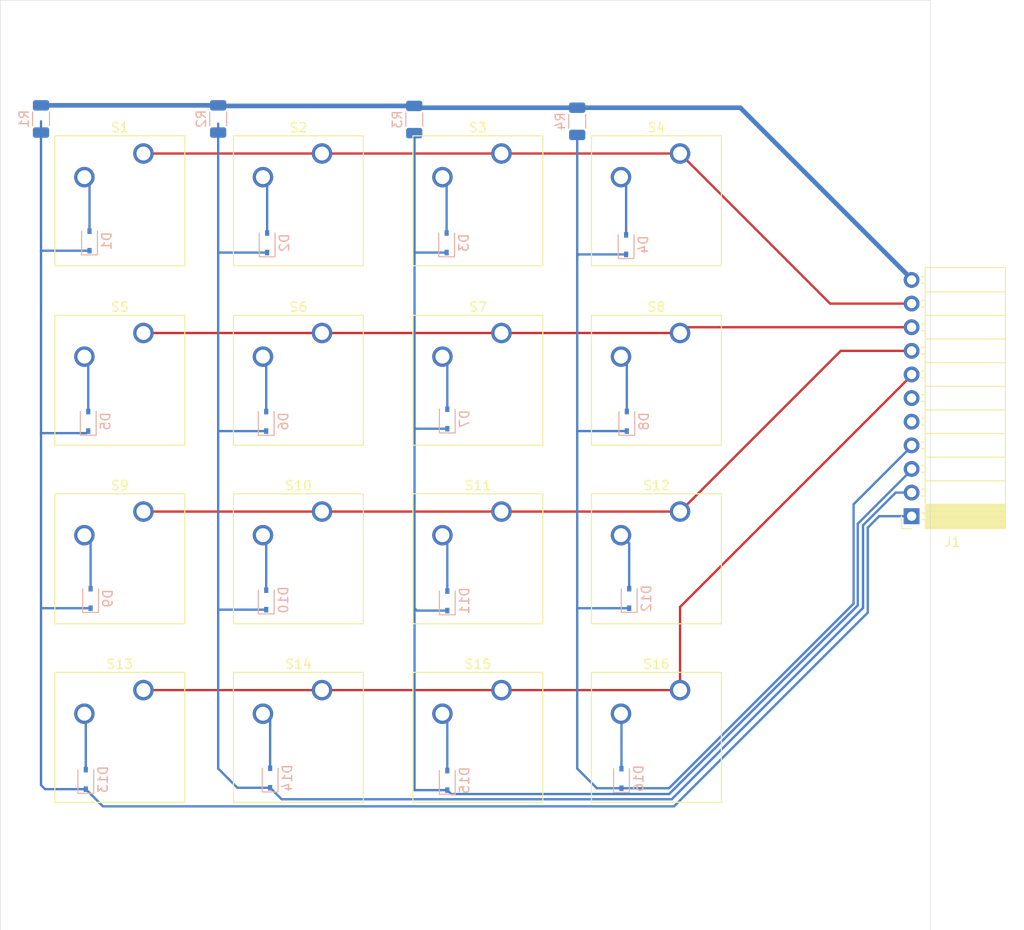
<source format=kicad_pcb>
(kicad_pcb (version 20171130) (host pcbnew 5.1.10-88a1d61d58~90~ubuntu21.04.1)

  (general
    (thickness 1.6)
    (drawings 4)
    (tracks 132)
    (zones 0)
    (modules 37)
    (nets 28)
  )

  (page A4)
  (title_block
    (title "StreamMaster Macro Keyboard")
    (date 2021-09-10)
    (rev v02)
    (comment 4 "Autor: Diego Matheus Prado Mendonça Santos")
  )

  (layers
    (0 F.Cu signal)
    (31 B.Cu signal)
    (32 B.Adhes user)
    (33 F.Adhes user)
    (34 B.Paste user)
    (35 F.Paste user)
    (36 B.SilkS user)
    (37 F.SilkS user)
    (38 B.Mask user)
    (39 F.Mask user)
    (40 Dwgs.User user)
    (41 Cmts.User user)
    (42 Eco1.User user)
    (43 Eco2.User user)
    (44 Edge.Cuts user)
    (45 Margin user)
    (46 B.CrtYd user)
    (47 F.CrtYd user)
    (48 B.Fab user)
    (49 F.Fab user)
  )

  (setup
    (last_trace_width 0.25)
    (user_trace_width 0.5)
    (trace_clearance 0.2)
    (zone_clearance 0.508)
    (zone_45_only no)
    (trace_min 0.2)
    (via_size 0.8)
    (via_drill 0.4)
    (via_min_size 0.4)
    (via_min_drill 0.2)
    (uvia_size 0.3)
    (uvia_drill 0.1)
    (uvias_allowed no)
    (uvia_min_size 0.2)
    (uvia_min_drill 0.1)
    (edge_width 0.05)
    (segment_width 0.2)
    (pcb_text_width 0.3)
    (pcb_text_size 1.5 1.5)
    (mod_edge_width 0.12)
    (mod_text_size 1 1)
    (mod_text_width 0.15)
    (pad_size 1.524 1.524)
    (pad_drill 0.762)
    (pad_to_mask_clearance 0)
    (aux_axis_origin 0 0)
    (visible_elements FFFFFF7F)
    (pcbplotparams
      (layerselection 0x010fc_ffffffff)
      (usegerberextensions true)
      (usegerberattributes false)
      (usegerberadvancedattributes false)
      (creategerberjobfile false)
      (excludeedgelayer true)
      (linewidth 0.150000)
      (plotframeref false)
      (viasonmask false)
      (mode 1)
      (useauxorigin false)
      (hpglpennumber 1)
      (hpglpenspeed 20)
      (hpglpendiameter 15.000000)
      (psnegative false)
      (psa4output false)
      (plotreference true)
      (plotvalue true)
      (plotinvisibletext false)
      (padsonsilk true)
      (subtractmaskfromsilk false)
      (outputformat 1)
      (mirror false)
      (drillshape 0)
      (scaleselection 1)
      (outputdirectory "/home/diego/Documents/KiCad/GERBER/V2/PCBway/pt1/"))
  )

  (net 0 "")
  (net 1 "Net-(D1-Pad2)")
  (net 2 COL1)
  (net 3 "Net-(D2-Pad2)")
  (net 4 COL2)
  (net 5 COL3)
  (net 6 "Net-(D3-Pad2)")
  (net 7 "Net-(D4-Pad2)")
  (net 8 COL4)
  (net 9 "Net-(D5-Pad2)")
  (net 10 "Net-(D6-Pad2)")
  (net 11 "Net-(D7-Pad2)")
  (net 12 "Net-(D8-Pad2)")
  (net 13 "Net-(D9-Pad2)")
  (net 14 "Net-(D10-Pad2)")
  (net 15 "Net-(D11-Pad2)")
  (net 16 "Net-(D12-Pad2)")
  (net 17 "Net-(D13-Pad2)")
  (net 18 "Net-(D14-Pad2)")
  (net 19 "Net-(D15-Pad2)")
  (net 20 "Net-(D16-Pad2)")
  (net 21 VCC)
  (net 22 ROW4)
  (net 23 ROW3)
  (net 24 ROW2)
  (net 25 ROW1)
  (net 26 "Net-(J1-Pad6)")
  (net 27 "Net-(J1-Pad5)")

  (net_class Default "This is the default net class."
    (clearance 0.2)
    (trace_width 0.25)
    (via_dia 0.8)
    (via_drill 0.4)
    (uvia_dia 0.3)
    (uvia_drill 0.1)
    (add_net COL1)
    (add_net COL2)
    (add_net COL3)
    (add_net COL4)
    (add_net "Net-(D1-Pad2)")
    (add_net "Net-(D10-Pad2)")
    (add_net "Net-(D11-Pad2)")
    (add_net "Net-(D12-Pad2)")
    (add_net "Net-(D13-Pad2)")
    (add_net "Net-(D14-Pad2)")
    (add_net "Net-(D15-Pad2)")
    (add_net "Net-(D16-Pad2)")
    (add_net "Net-(D2-Pad2)")
    (add_net "Net-(D3-Pad2)")
    (add_net "Net-(D4-Pad2)")
    (add_net "Net-(D5-Pad2)")
    (add_net "Net-(D6-Pad2)")
    (add_net "Net-(D7-Pad2)")
    (add_net "Net-(D8-Pad2)")
    (add_net "Net-(D9-Pad2)")
    (add_net "Net-(J1-Pad5)")
    (add_net "Net-(J1-Pad6)")
    (add_net ROW1)
    (add_net ROW2)
    (add_net ROW3)
    (add_net ROW4)
    (add_net VCC)
  )

  (module Diode_SMD:D_SOD-323 (layer B.Cu) (tedit 58641739) (tstamp 613C28DD)
    (at 29.6 45.882 90)
    (descr SOD-323)
    (tags SOD-323)
    (path /613732A1)
    (attr smd)
    (fp_text reference D1 (at 0 1.85 270) (layer B.SilkS)
      (effects (font (size 1 1) (thickness 0.15)) (justify mirror))
    )
    (fp_text value D (at 0.1 -1.9 270) (layer B.Fab)
      (effects (font (size 1 1) (thickness 0.15)) (justify mirror))
    )
    (fp_line (start -1.5 0.85) (end 1.05 0.85) (layer B.SilkS) (width 0.12))
    (fp_line (start -1.5 -0.85) (end 1.05 -0.85) (layer B.SilkS) (width 0.12))
    (fp_line (start -1.6 0.95) (end -1.6 -0.95) (layer B.CrtYd) (width 0.05))
    (fp_line (start -1.6 -0.95) (end 1.6 -0.95) (layer B.CrtYd) (width 0.05))
    (fp_line (start 1.6 0.95) (end 1.6 -0.95) (layer B.CrtYd) (width 0.05))
    (fp_line (start -1.6 0.95) (end 1.6 0.95) (layer B.CrtYd) (width 0.05))
    (fp_line (start -0.9 0.7) (end 0.9 0.7) (layer B.Fab) (width 0.1))
    (fp_line (start 0.9 0.7) (end 0.9 -0.7) (layer B.Fab) (width 0.1))
    (fp_line (start 0.9 -0.7) (end -0.9 -0.7) (layer B.Fab) (width 0.1))
    (fp_line (start -0.9 -0.7) (end -0.9 0.7) (layer B.Fab) (width 0.1))
    (fp_line (start -0.3 0.35) (end -0.3 -0.35) (layer B.Fab) (width 0.1))
    (fp_line (start -0.3 0) (end -0.5 0) (layer B.Fab) (width 0.1))
    (fp_line (start -0.3 0) (end 0.2 0.35) (layer B.Fab) (width 0.1))
    (fp_line (start 0.2 0.35) (end 0.2 -0.35) (layer B.Fab) (width 0.1))
    (fp_line (start 0.2 -0.35) (end -0.3 0) (layer B.Fab) (width 0.1))
    (fp_line (start 0.2 0) (end 0.45 0) (layer B.Fab) (width 0.1))
    (fp_line (start -1.5 0.85) (end -1.5 -0.85) (layer B.SilkS) (width 0.12))
    (fp_text user %R (at 0 1.85 270) (layer B.Fab)
      (effects (font (size 1 1) (thickness 0.15)) (justify mirror))
    )
    (pad 2 smd rect (at 1.05 0 90) (size 0.6 0.45) (layers B.Cu B.Paste B.Mask)
      (net 1 "Net-(D1-Pad2)"))
    (pad 1 smd rect (at -1.05 0 90) (size 0.6 0.45) (layers B.Cu B.Paste B.Mask)
      (net 2 COL1))
    (model ${KISYS3DMOD}/Diode_SMD.3dshapes/D_SOD-323.wrl
      (at (xyz 0 0 0))
      (scale (xyz 1 1 1))
      (rotate (xyz 0 0 0))
    )
  )

  (module Diode_SMD:D_SOD-323 (layer B.Cu) (tedit 58641739) (tstamp 613C2DC3)
    (at 48.7 46.082 90)
    (descr SOD-323)
    (tags SOD-323)
    (path /6138040C)
    (attr smd)
    (fp_text reference D2 (at 0 1.85 90) (layer B.SilkS)
      (effects (font (size 1 1) (thickness 0.15)) (justify mirror))
    )
    (fp_text value D (at 0.1 -1.9 90) (layer B.Fab)
      (effects (font (size 1 1) (thickness 0.15)) (justify mirror))
    )
    (fp_line (start -1.5 0.85) (end 1.05 0.85) (layer B.SilkS) (width 0.12))
    (fp_line (start -1.5 -0.85) (end 1.05 -0.85) (layer B.SilkS) (width 0.12))
    (fp_line (start -1.6 0.95) (end -1.6 -0.95) (layer B.CrtYd) (width 0.05))
    (fp_line (start -1.6 -0.95) (end 1.6 -0.95) (layer B.CrtYd) (width 0.05))
    (fp_line (start 1.6 0.95) (end 1.6 -0.95) (layer B.CrtYd) (width 0.05))
    (fp_line (start -1.6 0.95) (end 1.6 0.95) (layer B.CrtYd) (width 0.05))
    (fp_line (start -0.9 0.7) (end 0.9 0.7) (layer B.Fab) (width 0.1))
    (fp_line (start 0.9 0.7) (end 0.9 -0.7) (layer B.Fab) (width 0.1))
    (fp_line (start 0.9 -0.7) (end -0.9 -0.7) (layer B.Fab) (width 0.1))
    (fp_line (start -0.9 -0.7) (end -0.9 0.7) (layer B.Fab) (width 0.1))
    (fp_line (start -0.3 0.35) (end -0.3 -0.35) (layer B.Fab) (width 0.1))
    (fp_line (start -0.3 0) (end -0.5 0) (layer B.Fab) (width 0.1))
    (fp_line (start -0.3 0) (end 0.2 0.35) (layer B.Fab) (width 0.1))
    (fp_line (start 0.2 0.35) (end 0.2 -0.35) (layer B.Fab) (width 0.1))
    (fp_line (start 0.2 -0.35) (end -0.3 0) (layer B.Fab) (width 0.1))
    (fp_line (start 0.2 0) (end 0.45 0) (layer B.Fab) (width 0.1))
    (fp_line (start -1.5 0.85) (end -1.5 -0.85) (layer B.SilkS) (width 0.12))
    (fp_text user %R (at 0 1.85 90) (layer B.Fab)
      (effects (font (size 1 1) (thickness 0.15)) (justify mirror))
    )
    (pad 2 smd rect (at 1.05 0 90) (size 0.6 0.45) (layers B.Cu B.Paste B.Mask)
      (net 3 "Net-(D2-Pad2)"))
    (pad 1 smd rect (at -1.05 0 90) (size 0.6 0.45) (layers B.Cu B.Paste B.Mask)
      (net 4 COL2))
    (model ${KISYS3DMOD}/Diode_SMD.3dshapes/D_SOD-323.wrl
      (at (xyz 0 0 0))
      (scale (xyz 1 1 1))
      (rotate (xyz 0 0 0))
    )
  )

  (module Diode_SMD:D_SOD-323 (layer B.Cu) (tedit 58641739) (tstamp 613C2D7E)
    (at 68 46.082 90)
    (descr SOD-323)
    (tags SOD-323)
    (path /61380684)
    (attr smd)
    (fp_text reference D3 (at 0 1.85 90) (layer B.SilkS)
      (effects (font (size 1 1) (thickness 0.15)) (justify mirror))
    )
    (fp_text value D (at 0.1 -1.9 90) (layer B.Fab)
      (effects (font (size 1 1) (thickness 0.15)) (justify mirror))
    )
    (fp_line (start -1.5 0.85) (end 1.05 0.85) (layer B.SilkS) (width 0.12))
    (fp_line (start -1.5 -0.85) (end 1.05 -0.85) (layer B.SilkS) (width 0.12))
    (fp_line (start -1.6 0.95) (end -1.6 -0.95) (layer B.CrtYd) (width 0.05))
    (fp_line (start -1.6 -0.95) (end 1.6 -0.95) (layer B.CrtYd) (width 0.05))
    (fp_line (start 1.6 0.95) (end 1.6 -0.95) (layer B.CrtYd) (width 0.05))
    (fp_line (start -1.6 0.95) (end 1.6 0.95) (layer B.CrtYd) (width 0.05))
    (fp_line (start -0.9 0.7) (end 0.9 0.7) (layer B.Fab) (width 0.1))
    (fp_line (start 0.9 0.7) (end 0.9 -0.7) (layer B.Fab) (width 0.1))
    (fp_line (start 0.9 -0.7) (end -0.9 -0.7) (layer B.Fab) (width 0.1))
    (fp_line (start -0.9 -0.7) (end -0.9 0.7) (layer B.Fab) (width 0.1))
    (fp_line (start -0.3 0.35) (end -0.3 -0.35) (layer B.Fab) (width 0.1))
    (fp_line (start -0.3 0) (end -0.5 0) (layer B.Fab) (width 0.1))
    (fp_line (start -0.3 0) (end 0.2 0.35) (layer B.Fab) (width 0.1))
    (fp_line (start 0.2 0.35) (end 0.2 -0.35) (layer B.Fab) (width 0.1))
    (fp_line (start 0.2 -0.35) (end -0.3 0) (layer B.Fab) (width 0.1))
    (fp_line (start 0.2 0) (end 0.45 0) (layer B.Fab) (width 0.1))
    (fp_line (start -1.5 0.85) (end -1.5 -0.85) (layer B.SilkS) (width 0.12))
    (fp_text user %R (at 0 1.85 90) (layer B.Fab)
      (effects (font (size 1 1) (thickness 0.15)) (justify mirror))
    )
    (pad 2 smd rect (at 1.05 0 90) (size 0.6 0.45) (layers B.Cu B.Paste B.Mask)
      (net 6 "Net-(D3-Pad2)"))
    (pad 1 smd rect (at -1.05 0 90) (size 0.6 0.45) (layers B.Cu B.Paste B.Mask)
      (net 5 COL3))
    (model ${KISYS3DMOD}/Diode_SMD.3dshapes/D_SOD-323.wrl
      (at (xyz 0 0 0))
      (scale (xyz 1 1 1))
      (rotate (xyz 0 0 0))
    )
  )

  (module Diode_SMD:D_SOD-323 (layer B.Cu) (tedit 58641739) (tstamp 613C2970)
    (at 87.3 46.282 90)
    (descr SOD-323)
    (tags SOD-323)
    (path /61380948)
    (attr smd)
    (fp_text reference D4 (at 0 1.85 90) (layer B.SilkS)
      (effects (font (size 1 1) (thickness 0.15)) (justify mirror))
    )
    (fp_text value D (at 0.1 -1.9 90) (layer B.Fab)
      (effects (font (size 1 1) (thickness 0.15)) (justify mirror))
    )
    (fp_line (start -1.5 0.85) (end 1.05 0.85) (layer B.SilkS) (width 0.12))
    (fp_line (start -1.5 -0.85) (end 1.05 -0.85) (layer B.SilkS) (width 0.12))
    (fp_line (start -1.6 0.95) (end -1.6 -0.95) (layer B.CrtYd) (width 0.05))
    (fp_line (start -1.6 -0.95) (end 1.6 -0.95) (layer B.CrtYd) (width 0.05))
    (fp_line (start 1.6 0.95) (end 1.6 -0.95) (layer B.CrtYd) (width 0.05))
    (fp_line (start -1.6 0.95) (end 1.6 0.95) (layer B.CrtYd) (width 0.05))
    (fp_line (start -0.9 0.7) (end 0.9 0.7) (layer B.Fab) (width 0.1))
    (fp_line (start 0.9 0.7) (end 0.9 -0.7) (layer B.Fab) (width 0.1))
    (fp_line (start 0.9 -0.7) (end -0.9 -0.7) (layer B.Fab) (width 0.1))
    (fp_line (start -0.9 -0.7) (end -0.9 0.7) (layer B.Fab) (width 0.1))
    (fp_line (start -0.3 0.35) (end -0.3 -0.35) (layer B.Fab) (width 0.1))
    (fp_line (start -0.3 0) (end -0.5 0) (layer B.Fab) (width 0.1))
    (fp_line (start -0.3 0) (end 0.2 0.35) (layer B.Fab) (width 0.1))
    (fp_line (start 0.2 0.35) (end 0.2 -0.35) (layer B.Fab) (width 0.1))
    (fp_line (start 0.2 -0.35) (end -0.3 0) (layer B.Fab) (width 0.1))
    (fp_line (start 0.2 0) (end 0.45 0) (layer B.Fab) (width 0.1))
    (fp_line (start -1.5 0.85) (end -1.5 -0.85) (layer B.SilkS) (width 0.12))
    (fp_text user %R (at 0 1.85 90) (layer B.Fab)
      (effects (font (size 1 1) (thickness 0.15)) (justify mirror))
    )
    (pad 2 smd rect (at 1.05 0 90) (size 0.6 0.45) (layers B.Cu B.Paste B.Mask)
      (net 7 "Net-(D4-Pad2)"))
    (pad 1 smd rect (at -1.05 0 90) (size 0.6 0.45) (layers B.Cu B.Paste B.Mask)
      (net 8 COL4))
    (model ${KISYS3DMOD}/Diode_SMD.3dshapes/D_SOD-323.wrl
      (at (xyz 0 0 0))
      (scale (xyz 1 1 1))
      (rotate (xyz 0 0 0))
    )
  )

  (module Diode_SMD:D_SOD-323 (layer B.Cu) (tedit 58641739) (tstamp 613C2E50)
    (at 29.464 65.278 90)
    (descr SOD-323)
    (tags SOD-323)
    (path /61381A7C)
    (attr smd)
    (fp_text reference D5 (at 0 1.85 90) (layer B.SilkS)
      (effects (font (size 1 1) (thickness 0.15)) (justify mirror))
    )
    (fp_text value D (at 0.1 -1.9 90) (layer B.Fab)
      (effects (font (size 1 1) (thickness 0.15)) (justify mirror))
    )
    (fp_line (start -1.5 0.85) (end 1.05 0.85) (layer B.SilkS) (width 0.12))
    (fp_line (start -1.5 -0.85) (end 1.05 -0.85) (layer B.SilkS) (width 0.12))
    (fp_line (start -1.6 0.95) (end -1.6 -0.95) (layer B.CrtYd) (width 0.05))
    (fp_line (start -1.6 -0.95) (end 1.6 -0.95) (layer B.CrtYd) (width 0.05))
    (fp_line (start 1.6 0.95) (end 1.6 -0.95) (layer B.CrtYd) (width 0.05))
    (fp_line (start -1.6 0.95) (end 1.6 0.95) (layer B.CrtYd) (width 0.05))
    (fp_line (start -0.9 0.7) (end 0.9 0.7) (layer B.Fab) (width 0.1))
    (fp_line (start 0.9 0.7) (end 0.9 -0.7) (layer B.Fab) (width 0.1))
    (fp_line (start 0.9 -0.7) (end -0.9 -0.7) (layer B.Fab) (width 0.1))
    (fp_line (start -0.9 -0.7) (end -0.9 0.7) (layer B.Fab) (width 0.1))
    (fp_line (start -0.3 0.35) (end -0.3 -0.35) (layer B.Fab) (width 0.1))
    (fp_line (start -0.3 0) (end -0.5 0) (layer B.Fab) (width 0.1))
    (fp_line (start -0.3 0) (end 0.2 0.35) (layer B.Fab) (width 0.1))
    (fp_line (start 0.2 0.35) (end 0.2 -0.35) (layer B.Fab) (width 0.1))
    (fp_line (start 0.2 -0.35) (end -0.3 0) (layer B.Fab) (width 0.1))
    (fp_line (start 0.2 0) (end 0.45 0) (layer B.Fab) (width 0.1))
    (fp_line (start -1.5 0.85) (end -1.5 -0.85) (layer B.SilkS) (width 0.12))
    (fp_text user %R (at 0 1.85 90) (layer B.Fab)
      (effects (font (size 1 1) (thickness 0.15)) (justify mirror))
    )
    (pad 2 smd rect (at 1.05 0 90) (size 0.6 0.45) (layers B.Cu B.Paste B.Mask)
      (net 9 "Net-(D5-Pad2)"))
    (pad 1 smd rect (at -1.05 0 90) (size 0.6 0.45) (layers B.Cu B.Paste B.Mask)
      (net 2 COL1))
    (model ${KISYS3DMOD}/Diode_SMD.3dshapes/D_SOD-323.wrl
      (at (xyz 0 0 0))
      (scale (xyz 1 1 1))
      (rotate (xyz 0 0 0))
    )
  )

  (module Diode_SMD:D_SOD-323 (layer B.Cu) (tedit 58641739) (tstamp 613C2E95)
    (at 48.6 65.282 90)
    (descr SOD-323)
    (tags SOD-323)
    (path /61381799)
    (attr smd)
    (fp_text reference D6 (at 0 1.85 90) (layer B.SilkS)
      (effects (font (size 1 1) (thickness 0.15)) (justify mirror))
    )
    (fp_text value D (at 0.1 -1.9 90) (layer B.Fab)
      (effects (font (size 1 1) (thickness 0.15)) (justify mirror))
    )
    (fp_line (start -1.5 0.85) (end 1.05 0.85) (layer B.SilkS) (width 0.12))
    (fp_line (start -1.5 -0.85) (end 1.05 -0.85) (layer B.SilkS) (width 0.12))
    (fp_line (start -1.6 0.95) (end -1.6 -0.95) (layer B.CrtYd) (width 0.05))
    (fp_line (start -1.6 -0.95) (end 1.6 -0.95) (layer B.CrtYd) (width 0.05))
    (fp_line (start 1.6 0.95) (end 1.6 -0.95) (layer B.CrtYd) (width 0.05))
    (fp_line (start -1.6 0.95) (end 1.6 0.95) (layer B.CrtYd) (width 0.05))
    (fp_line (start -0.9 0.7) (end 0.9 0.7) (layer B.Fab) (width 0.1))
    (fp_line (start 0.9 0.7) (end 0.9 -0.7) (layer B.Fab) (width 0.1))
    (fp_line (start 0.9 -0.7) (end -0.9 -0.7) (layer B.Fab) (width 0.1))
    (fp_line (start -0.9 -0.7) (end -0.9 0.7) (layer B.Fab) (width 0.1))
    (fp_line (start -0.3 0.35) (end -0.3 -0.35) (layer B.Fab) (width 0.1))
    (fp_line (start -0.3 0) (end -0.5 0) (layer B.Fab) (width 0.1))
    (fp_line (start -0.3 0) (end 0.2 0.35) (layer B.Fab) (width 0.1))
    (fp_line (start 0.2 0.35) (end 0.2 -0.35) (layer B.Fab) (width 0.1))
    (fp_line (start 0.2 -0.35) (end -0.3 0) (layer B.Fab) (width 0.1))
    (fp_line (start 0.2 0) (end 0.45 0) (layer B.Fab) (width 0.1))
    (fp_line (start -1.5 0.85) (end -1.5 -0.85) (layer B.SilkS) (width 0.12))
    (fp_text user %R (at 0 1.85 90) (layer B.Fab)
      (effects (font (size 1 1) (thickness 0.15)) (justify mirror))
    )
    (pad 2 smd rect (at 1.05 0 90) (size 0.6 0.45) (layers B.Cu B.Paste B.Mask)
      (net 10 "Net-(D6-Pad2)"))
    (pad 1 smd rect (at -1.05 0 90) (size 0.6 0.45) (layers B.Cu B.Paste B.Mask)
      (net 4 COL2))
    (model ${KISYS3DMOD}/Diode_SMD.3dshapes/D_SOD-323.wrl
      (at (xyz 0 0 0))
      (scale (xyz 1 1 1))
      (rotate (xyz 0 0 0))
    )
  )

  (module Diode_SMD:D_SOD-323 (layer B.Cu) (tedit 58641739) (tstamp 613C2EDA)
    (at 68.072 65.024 90)
    (descr SOD-323)
    (tags SOD-323)
    (path /613814C1)
    (attr smd)
    (fp_text reference D7 (at 0 1.85 90) (layer B.SilkS)
      (effects (font (size 1 1) (thickness 0.15)) (justify mirror))
    )
    (fp_text value D (at 0.1 -1.9 90) (layer B.Fab)
      (effects (font (size 1 1) (thickness 0.15)) (justify mirror))
    )
    (fp_line (start -1.5 0.85) (end 1.05 0.85) (layer B.SilkS) (width 0.12))
    (fp_line (start -1.5 -0.85) (end 1.05 -0.85) (layer B.SilkS) (width 0.12))
    (fp_line (start -1.6 0.95) (end -1.6 -0.95) (layer B.CrtYd) (width 0.05))
    (fp_line (start -1.6 -0.95) (end 1.6 -0.95) (layer B.CrtYd) (width 0.05))
    (fp_line (start 1.6 0.95) (end 1.6 -0.95) (layer B.CrtYd) (width 0.05))
    (fp_line (start -1.6 0.95) (end 1.6 0.95) (layer B.CrtYd) (width 0.05))
    (fp_line (start -0.9 0.7) (end 0.9 0.7) (layer B.Fab) (width 0.1))
    (fp_line (start 0.9 0.7) (end 0.9 -0.7) (layer B.Fab) (width 0.1))
    (fp_line (start 0.9 -0.7) (end -0.9 -0.7) (layer B.Fab) (width 0.1))
    (fp_line (start -0.9 -0.7) (end -0.9 0.7) (layer B.Fab) (width 0.1))
    (fp_line (start -0.3 0.35) (end -0.3 -0.35) (layer B.Fab) (width 0.1))
    (fp_line (start -0.3 0) (end -0.5 0) (layer B.Fab) (width 0.1))
    (fp_line (start -0.3 0) (end 0.2 0.35) (layer B.Fab) (width 0.1))
    (fp_line (start 0.2 0.35) (end 0.2 -0.35) (layer B.Fab) (width 0.1))
    (fp_line (start 0.2 -0.35) (end -0.3 0) (layer B.Fab) (width 0.1))
    (fp_line (start 0.2 0) (end 0.45 0) (layer B.Fab) (width 0.1))
    (fp_line (start -1.5 0.85) (end -1.5 -0.85) (layer B.SilkS) (width 0.12))
    (fp_text user %R (at 0 1.85 90) (layer B.Fab)
      (effects (font (size 1 1) (thickness 0.15)) (justify mirror))
    )
    (pad 2 smd rect (at 1.05 0 90) (size 0.6 0.45) (layers B.Cu B.Paste B.Mask)
      (net 11 "Net-(D7-Pad2)"))
    (pad 1 smd rect (at -1.05 0 90) (size 0.6 0.45) (layers B.Cu B.Paste B.Mask)
      (net 5 COL3))
    (model ${KISYS3DMOD}/Diode_SMD.3dshapes/D_SOD-323.wrl
      (at (xyz 0 0 0))
      (scale (xyz 1 1 1))
      (rotate (xyz 0 0 0))
    )
  )

  (module Diode_SMD:D_SOD-323 (layer B.Cu) (tedit 58641739) (tstamp 613C284D)
    (at 87.376 65.278 90)
    (descr SOD-323)
    (tags SOD-323)
    (path /61381212)
    (attr smd)
    (fp_text reference D8 (at 0 1.85 90) (layer B.SilkS)
      (effects (font (size 1 1) (thickness 0.15)) (justify mirror))
    )
    (fp_text value D (at 0.1 -1.9 90) (layer B.Fab)
      (effects (font (size 1 1) (thickness 0.15)) (justify mirror))
    )
    (fp_line (start -1.5 0.85) (end 1.05 0.85) (layer B.SilkS) (width 0.12))
    (fp_line (start -1.5 -0.85) (end 1.05 -0.85) (layer B.SilkS) (width 0.12))
    (fp_line (start -1.6 0.95) (end -1.6 -0.95) (layer B.CrtYd) (width 0.05))
    (fp_line (start -1.6 -0.95) (end 1.6 -0.95) (layer B.CrtYd) (width 0.05))
    (fp_line (start 1.6 0.95) (end 1.6 -0.95) (layer B.CrtYd) (width 0.05))
    (fp_line (start -1.6 0.95) (end 1.6 0.95) (layer B.CrtYd) (width 0.05))
    (fp_line (start -0.9 0.7) (end 0.9 0.7) (layer B.Fab) (width 0.1))
    (fp_line (start 0.9 0.7) (end 0.9 -0.7) (layer B.Fab) (width 0.1))
    (fp_line (start 0.9 -0.7) (end -0.9 -0.7) (layer B.Fab) (width 0.1))
    (fp_line (start -0.9 -0.7) (end -0.9 0.7) (layer B.Fab) (width 0.1))
    (fp_line (start -0.3 0.35) (end -0.3 -0.35) (layer B.Fab) (width 0.1))
    (fp_line (start -0.3 0) (end -0.5 0) (layer B.Fab) (width 0.1))
    (fp_line (start -0.3 0) (end 0.2 0.35) (layer B.Fab) (width 0.1))
    (fp_line (start 0.2 0.35) (end 0.2 -0.35) (layer B.Fab) (width 0.1))
    (fp_line (start 0.2 -0.35) (end -0.3 0) (layer B.Fab) (width 0.1))
    (fp_line (start 0.2 0) (end 0.45 0) (layer B.Fab) (width 0.1))
    (fp_line (start -1.5 0.85) (end -1.5 -0.85) (layer B.SilkS) (width 0.12))
    (fp_text user %R (at 0 1.85 90) (layer B.Fab)
      (effects (font (size 1 1) (thickness 0.15)) (justify mirror))
    )
    (pad 2 smd rect (at 1.05 0 90) (size 0.6 0.45) (layers B.Cu B.Paste B.Mask)
      (net 12 "Net-(D8-Pad2)"))
    (pad 1 smd rect (at -1.05 0 90) (size 0.6 0.45) (layers B.Cu B.Paste B.Mask)
      (net 8 COL4))
    (model ${KISYS3DMOD}/Diode_SMD.3dshapes/D_SOD-323.wrl
      (at (xyz 0 0 0))
      (scale (xyz 1 1 1))
      (rotate (xyz 0 0 0))
    )
  )

  (module Diode_SMD:D_SOD-323 (layer B.Cu) (tedit 58641739) (tstamp 613C29B5)
    (at 29.718 84.328 90)
    (descr SOD-323)
    (tags SOD-323)
    (path /61381DB0)
    (attr smd)
    (fp_text reference D9 (at 0 1.85 90) (layer B.SilkS)
      (effects (font (size 1 1) (thickness 0.15)) (justify mirror))
    )
    (fp_text value D (at 0.1 -1.9 90) (layer B.Fab)
      (effects (font (size 1 1) (thickness 0.15)) (justify mirror))
    )
    (fp_line (start -1.5 0.85) (end 1.05 0.85) (layer B.SilkS) (width 0.12))
    (fp_line (start -1.5 -0.85) (end 1.05 -0.85) (layer B.SilkS) (width 0.12))
    (fp_line (start -1.6 0.95) (end -1.6 -0.95) (layer B.CrtYd) (width 0.05))
    (fp_line (start -1.6 -0.95) (end 1.6 -0.95) (layer B.CrtYd) (width 0.05))
    (fp_line (start 1.6 0.95) (end 1.6 -0.95) (layer B.CrtYd) (width 0.05))
    (fp_line (start -1.6 0.95) (end 1.6 0.95) (layer B.CrtYd) (width 0.05))
    (fp_line (start -0.9 0.7) (end 0.9 0.7) (layer B.Fab) (width 0.1))
    (fp_line (start 0.9 0.7) (end 0.9 -0.7) (layer B.Fab) (width 0.1))
    (fp_line (start 0.9 -0.7) (end -0.9 -0.7) (layer B.Fab) (width 0.1))
    (fp_line (start -0.9 -0.7) (end -0.9 0.7) (layer B.Fab) (width 0.1))
    (fp_line (start -0.3 0.35) (end -0.3 -0.35) (layer B.Fab) (width 0.1))
    (fp_line (start -0.3 0) (end -0.5 0) (layer B.Fab) (width 0.1))
    (fp_line (start -0.3 0) (end 0.2 0.35) (layer B.Fab) (width 0.1))
    (fp_line (start 0.2 0.35) (end 0.2 -0.35) (layer B.Fab) (width 0.1))
    (fp_line (start 0.2 -0.35) (end -0.3 0) (layer B.Fab) (width 0.1))
    (fp_line (start 0.2 0) (end 0.45 0) (layer B.Fab) (width 0.1))
    (fp_line (start -1.5 0.85) (end -1.5 -0.85) (layer B.SilkS) (width 0.12))
    (fp_text user %R (at 0 1.85 90) (layer B.Fab)
      (effects (font (size 1 1) (thickness 0.15)) (justify mirror))
    )
    (pad 2 smd rect (at 1.05 0 90) (size 0.6 0.45) (layers B.Cu B.Paste B.Mask)
      (net 13 "Net-(D9-Pad2)"))
    (pad 1 smd rect (at -1.05 0 90) (size 0.6 0.45) (layers B.Cu B.Paste B.Mask)
      (net 2 COL1))
    (model ${KISYS3DMOD}/Diode_SMD.3dshapes/D_SOD-323.wrl
      (at (xyz 0 0 0))
      (scale (xyz 1 1 1))
      (rotate (xyz 0 0 0))
    )
  )

  (module Diode_SMD:D_SOD-323 (layer B.Cu) (tedit 58641739) (tstamp 613C2A90)
    (at 48.6 84.482 90)
    (descr SOD-323)
    (tags SOD-323)
    (path /61382346)
    (attr smd)
    (fp_text reference D10 (at 0 1.85 90) (layer B.SilkS)
      (effects (font (size 1 1) (thickness 0.15)) (justify mirror))
    )
    (fp_text value D (at 0.1 -1.9 90) (layer B.Fab)
      (effects (font (size 1 1) (thickness 0.15)) (justify mirror))
    )
    (fp_line (start -1.5 0.85) (end 1.05 0.85) (layer B.SilkS) (width 0.12))
    (fp_line (start -1.5 -0.85) (end 1.05 -0.85) (layer B.SilkS) (width 0.12))
    (fp_line (start -1.6 0.95) (end -1.6 -0.95) (layer B.CrtYd) (width 0.05))
    (fp_line (start -1.6 -0.95) (end 1.6 -0.95) (layer B.CrtYd) (width 0.05))
    (fp_line (start 1.6 0.95) (end 1.6 -0.95) (layer B.CrtYd) (width 0.05))
    (fp_line (start -1.6 0.95) (end 1.6 0.95) (layer B.CrtYd) (width 0.05))
    (fp_line (start -0.9 0.7) (end 0.9 0.7) (layer B.Fab) (width 0.1))
    (fp_line (start 0.9 0.7) (end 0.9 -0.7) (layer B.Fab) (width 0.1))
    (fp_line (start 0.9 -0.7) (end -0.9 -0.7) (layer B.Fab) (width 0.1))
    (fp_line (start -0.9 -0.7) (end -0.9 0.7) (layer B.Fab) (width 0.1))
    (fp_line (start -0.3 0.35) (end -0.3 -0.35) (layer B.Fab) (width 0.1))
    (fp_line (start -0.3 0) (end -0.5 0) (layer B.Fab) (width 0.1))
    (fp_line (start -0.3 0) (end 0.2 0.35) (layer B.Fab) (width 0.1))
    (fp_line (start 0.2 0.35) (end 0.2 -0.35) (layer B.Fab) (width 0.1))
    (fp_line (start 0.2 -0.35) (end -0.3 0) (layer B.Fab) (width 0.1))
    (fp_line (start 0.2 0) (end 0.45 0) (layer B.Fab) (width 0.1))
    (fp_line (start -1.5 0.85) (end -1.5 -0.85) (layer B.SilkS) (width 0.12))
    (fp_text user %R (at 0 1.85 90) (layer B.Fab)
      (effects (font (size 1 1) (thickness 0.15)) (justify mirror))
    )
    (pad 2 smd rect (at 1.05 0 90) (size 0.6 0.45) (layers B.Cu B.Paste B.Mask)
      (net 14 "Net-(D10-Pad2)"))
    (pad 1 smd rect (at -1.05 0 90) (size 0.6 0.45) (layers B.Cu B.Paste B.Mask)
      (net 4 COL2))
    (model ${KISYS3DMOD}/Diode_SMD.3dshapes/D_SOD-323.wrl
      (at (xyz 0 0 0))
      (scale (xyz 1 1 1))
      (rotate (xyz 0 0 0))
    )
  )

  (module Diode_SMD:D_SOD-323 (layer B.Cu) (tedit 58641739) (tstamp 613C2C4F)
    (at 68.072 84.582 90)
    (descr SOD-323)
    (tags SOD-323)
    (path /61382656)
    (attr smd)
    (fp_text reference D11 (at 0 1.85 90) (layer B.SilkS)
      (effects (font (size 1 1) (thickness 0.15)) (justify mirror))
    )
    (fp_text value D (at 0.1 -1.9 90) (layer B.Fab)
      (effects (font (size 1 1) (thickness 0.15)) (justify mirror))
    )
    (fp_line (start -1.5 0.85) (end 1.05 0.85) (layer B.SilkS) (width 0.12))
    (fp_line (start -1.5 -0.85) (end 1.05 -0.85) (layer B.SilkS) (width 0.12))
    (fp_line (start -1.6 0.95) (end -1.6 -0.95) (layer B.CrtYd) (width 0.05))
    (fp_line (start -1.6 -0.95) (end 1.6 -0.95) (layer B.CrtYd) (width 0.05))
    (fp_line (start 1.6 0.95) (end 1.6 -0.95) (layer B.CrtYd) (width 0.05))
    (fp_line (start -1.6 0.95) (end 1.6 0.95) (layer B.CrtYd) (width 0.05))
    (fp_line (start -0.9 0.7) (end 0.9 0.7) (layer B.Fab) (width 0.1))
    (fp_line (start 0.9 0.7) (end 0.9 -0.7) (layer B.Fab) (width 0.1))
    (fp_line (start 0.9 -0.7) (end -0.9 -0.7) (layer B.Fab) (width 0.1))
    (fp_line (start -0.9 -0.7) (end -0.9 0.7) (layer B.Fab) (width 0.1))
    (fp_line (start -0.3 0.35) (end -0.3 -0.35) (layer B.Fab) (width 0.1))
    (fp_line (start -0.3 0) (end -0.5 0) (layer B.Fab) (width 0.1))
    (fp_line (start -0.3 0) (end 0.2 0.35) (layer B.Fab) (width 0.1))
    (fp_line (start 0.2 0.35) (end 0.2 -0.35) (layer B.Fab) (width 0.1))
    (fp_line (start 0.2 -0.35) (end -0.3 0) (layer B.Fab) (width 0.1))
    (fp_line (start 0.2 0) (end 0.45 0) (layer B.Fab) (width 0.1))
    (fp_line (start -1.5 0.85) (end -1.5 -0.85) (layer B.SilkS) (width 0.12))
    (fp_text user %R (at 0 1.85 90) (layer B.Fab)
      (effects (font (size 1 1) (thickness 0.15)) (justify mirror))
    )
    (pad 2 smd rect (at 1.05 0 90) (size 0.6 0.45) (layers B.Cu B.Paste B.Mask)
      (net 15 "Net-(D11-Pad2)"))
    (pad 1 smd rect (at -1.05 0 90) (size 0.6 0.45) (layers B.Cu B.Paste B.Mask)
      (net 5 COL3))
    (model ${KISYS3DMOD}/Diode_SMD.3dshapes/D_SOD-323.wrl
      (at (xyz 0 0 0))
      (scale (xyz 1 1 1))
      (rotate (xyz 0 0 0))
    )
  )

  (module Diode_SMD:D_SOD-323 (layer B.Cu) (tedit 58641739) (tstamp 613C2895)
    (at 87.63 84.328 90)
    (descr SOD-323)
    (tags SOD-323)
    (path /61382976)
    (attr smd)
    (fp_text reference D12 (at 0 1.85 90) (layer B.SilkS)
      (effects (font (size 1 1) (thickness 0.15)) (justify mirror))
    )
    (fp_text value D (at 0.1 -1.9 90) (layer B.Fab)
      (effects (font (size 1 1) (thickness 0.15)) (justify mirror))
    )
    (fp_line (start -1.5 0.85) (end 1.05 0.85) (layer B.SilkS) (width 0.12))
    (fp_line (start -1.5 -0.85) (end 1.05 -0.85) (layer B.SilkS) (width 0.12))
    (fp_line (start -1.6 0.95) (end -1.6 -0.95) (layer B.CrtYd) (width 0.05))
    (fp_line (start -1.6 -0.95) (end 1.6 -0.95) (layer B.CrtYd) (width 0.05))
    (fp_line (start 1.6 0.95) (end 1.6 -0.95) (layer B.CrtYd) (width 0.05))
    (fp_line (start -1.6 0.95) (end 1.6 0.95) (layer B.CrtYd) (width 0.05))
    (fp_line (start -0.9 0.7) (end 0.9 0.7) (layer B.Fab) (width 0.1))
    (fp_line (start 0.9 0.7) (end 0.9 -0.7) (layer B.Fab) (width 0.1))
    (fp_line (start 0.9 -0.7) (end -0.9 -0.7) (layer B.Fab) (width 0.1))
    (fp_line (start -0.9 -0.7) (end -0.9 0.7) (layer B.Fab) (width 0.1))
    (fp_line (start -0.3 0.35) (end -0.3 -0.35) (layer B.Fab) (width 0.1))
    (fp_line (start -0.3 0) (end -0.5 0) (layer B.Fab) (width 0.1))
    (fp_line (start -0.3 0) (end 0.2 0.35) (layer B.Fab) (width 0.1))
    (fp_line (start 0.2 0.35) (end 0.2 -0.35) (layer B.Fab) (width 0.1))
    (fp_line (start 0.2 -0.35) (end -0.3 0) (layer B.Fab) (width 0.1))
    (fp_line (start 0.2 0) (end 0.45 0) (layer B.Fab) (width 0.1))
    (fp_line (start -1.5 0.85) (end -1.5 -0.85) (layer B.SilkS) (width 0.12))
    (fp_text user %R (at 0 1.85 90) (layer B.Fab)
      (effects (font (size 1 1) (thickness 0.15)) (justify mirror))
    )
    (pad 2 smd rect (at 1.05 0 90) (size 0.6 0.45) (layers B.Cu B.Paste B.Mask)
      (net 16 "Net-(D12-Pad2)"))
    (pad 1 smd rect (at -1.05 0 90) (size 0.6 0.45) (layers B.Cu B.Paste B.Mask)
      (net 8 COL4))
    (model ${KISYS3DMOD}/Diode_SMD.3dshapes/D_SOD-323.wrl
      (at (xyz 0 0 0))
      (scale (xyz 1 1 1))
      (rotate (xyz 0 0 0))
    )
  )

  (module Diode_SMD:D_SOD-323 (layer B.Cu) (tedit 58641739) (tstamp 613C29FD)
    (at 29.2 103.782 90)
    (descr SOD-323)
    (tags SOD-323)
    (path /613840B9)
    (attr smd)
    (fp_text reference D13 (at 0 1.85 90) (layer B.SilkS)
      (effects (font (size 1 1) (thickness 0.15)) (justify mirror))
    )
    (fp_text value D (at 0.1 -1.9 90) (layer B.Fab)
      (effects (font (size 1 1) (thickness 0.15)) (justify mirror))
    )
    (fp_line (start -1.5 0.85) (end 1.05 0.85) (layer B.SilkS) (width 0.12))
    (fp_line (start -1.5 -0.85) (end 1.05 -0.85) (layer B.SilkS) (width 0.12))
    (fp_line (start -1.6 0.95) (end -1.6 -0.95) (layer B.CrtYd) (width 0.05))
    (fp_line (start -1.6 -0.95) (end 1.6 -0.95) (layer B.CrtYd) (width 0.05))
    (fp_line (start 1.6 0.95) (end 1.6 -0.95) (layer B.CrtYd) (width 0.05))
    (fp_line (start -1.6 0.95) (end 1.6 0.95) (layer B.CrtYd) (width 0.05))
    (fp_line (start -0.9 0.7) (end 0.9 0.7) (layer B.Fab) (width 0.1))
    (fp_line (start 0.9 0.7) (end 0.9 -0.7) (layer B.Fab) (width 0.1))
    (fp_line (start 0.9 -0.7) (end -0.9 -0.7) (layer B.Fab) (width 0.1))
    (fp_line (start -0.9 -0.7) (end -0.9 0.7) (layer B.Fab) (width 0.1))
    (fp_line (start -0.3 0.35) (end -0.3 -0.35) (layer B.Fab) (width 0.1))
    (fp_line (start -0.3 0) (end -0.5 0) (layer B.Fab) (width 0.1))
    (fp_line (start -0.3 0) (end 0.2 0.35) (layer B.Fab) (width 0.1))
    (fp_line (start 0.2 0.35) (end 0.2 -0.35) (layer B.Fab) (width 0.1))
    (fp_line (start 0.2 -0.35) (end -0.3 0) (layer B.Fab) (width 0.1))
    (fp_line (start 0.2 0) (end 0.45 0) (layer B.Fab) (width 0.1))
    (fp_line (start -1.5 0.85) (end -1.5 -0.85) (layer B.SilkS) (width 0.12))
    (fp_text user %R (at 0 1.85 90) (layer B.Fab)
      (effects (font (size 1 1) (thickness 0.15)) (justify mirror))
    )
    (pad 2 smd rect (at 1.05 0 90) (size 0.6 0.45) (layers B.Cu B.Paste B.Mask)
      (net 17 "Net-(D13-Pad2)"))
    (pad 1 smd rect (at -1.05 0 90) (size 0.6 0.45) (layers B.Cu B.Paste B.Mask)
      (net 2 COL1))
    (model ${KISYS3DMOD}/Diode_SMD.3dshapes/D_SOD-323.wrl
      (at (xyz 0 0 0))
      (scale (xyz 1 1 1))
      (rotate (xyz 0 0 0))
    )
  )

  (module Diode_SMD:D_SOD-323 (layer B.Cu) (tedit 58641739) (tstamp 613C2C04)
    (at 49.022 103.632 90)
    (descr SOD-323)
    (tags SOD-323)
    (path /61383D59)
    (attr smd)
    (fp_text reference D14 (at 0 1.85 90) (layer B.SilkS)
      (effects (font (size 1 1) (thickness 0.15)) (justify mirror))
    )
    (fp_text value D (at 0.1 -1.9 90) (layer B.Fab)
      (effects (font (size 1 1) (thickness 0.15)) (justify mirror))
    )
    (fp_line (start -1.5 0.85) (end 1.05 0.85) (layer B.SilkS) (width 0.12))
    (fp_line (start -1.5 -0.85) (end 1.05 -0.85) (layer B.SilkS) (width 0.12))
    (fp_line (start -1.6 0.95) (end -1.6 -0.95) (layer B.CrtYd) (width 0.05))
    (fp_line (start -1.6 -0.95) (end 1.6 -0.95) (layer B.CrtYd) (width 0.05))
    (fp_line (start 1.6 0.95) (end 1.6 -0.95) (layer B.CrtYd) (width 0.05))
    (fp_line (start -1.6 0.95) (end 1.6 0.95) (layer B.CrtYd) (width 0.05))
    (fp_line (start -0.9 0.7) (end 0.9 0.7) (layer B.Fab) (width 0.1))
    (fp_line (start 0.9 0.7) (end 0.9 -0.7) (layer B.Fab) (width 0.1))
    (fp_line (start 0.9 -0.7) (end -0.9 -0.7) (layer B.Fab) (width 0.1))
    (fp_line (start -0.9 -0.7) (end -0.9 0.7) (layer B.Fab) (width 0.1))
    (fp_line (start -0.3 0.35) (end -0.3 -0.35) (layer B.Fab) (width 0.1))
    (fp_line (start -0.3 0) (end -0.5 0) (layer B.Fab) (width 0.1))
    (fp_line (start -0.3 0) (end 0.2 0.35) (layer B.Fab) (width 0.1))
    (fp_line (start 0.2 0.35) (end 0.2 -0.35) (layer B.Fab) (width 0.1))
    (fp_line (start 0.2 -0.35) (end -0.3 0) (layer B.Fab) (width 0.1))
    (fp_line (start 0.2 0) (end 0.45 0) (layer B.Fab) (width 0.1))
    (fp_line (start -1.5 0.85) (end -1.5 -0.85) (layer B.SilkS) (width 0.12))
    (fp_text user %R (at 0 1.85 90) (layer B.Fab)
      (effects (font (size 1 1) (thickness 0.15)) (justify mirror))
    )
    (pad 2 smd rect (at 1.05 0 90) (size 0.6 0.45) (layers B.Cu B.Paste B.Mask)
      (net 18 "Net-(D14-Pad2)"))
    (pad 1 smd rect (at -1.05 0 90) (size 0.6 0.45) (layers B.Cu B.Paste B.Mask)
      (net 4 COL2))
    (model ${KISYS3DMOD}/Diode_SMD.3dshapes/D_SOD-323.wrl
      (at (xyz 0 0 0))
      (scale (xyz 1 1 1))
      (rotate (xyz 0 0 0))
    )
  )

  (module Diode_SMD:D_SOD-323 (layer B.Cu) (tedit 58641739) (tstamp 613C262E)
    (at 68.072 103.886 90)
    (descr SOD-323)
    (tags SOD-323)
    (path /613839D2)
    (attr smd)
    (fp_text reference D15 (at 0 1.85 90) (layer B.SilkS)
      (effects (font (size 1 1) (thickness 0.15)) (justify mirror))
    )
    (fp_text value D (at 0.1 -1.9 90) (layer B.Fab)
      (effects (font (size 1 1) (thickness 0.15)) (justify mirror))
    )
    (fp_line (start -1.5 0.85) (end 1.05 0.85) (layer B.SilkS) (width 0.12))
    (fp_line (start -1.5 -0.85) (end 1.05 -0.85) (layer B.SilkS) (width 0.12))
    (fp_line (start -1.6 0.95) (end -1.6 -0.95) (layer B.CrtYd) (width 0.05))
    (fp_line (start -1.6 -0.95) (end 1.6 -0.95) (layer B.CrtYd) (width 0.05))
    (fp_line (start 1.6 0.95) (end 1.6 -0.95) (layer B.CrtYd) (width 0.05))
    (fp_line (start -1.6 0.95) (end 1.6 0.95) (layer B.CrtYd) (width 0.05))
    (fp_line (start -0.9 0.7) (end 0.9 0.7) (layer B.Fab) (width 0.1))
    (fp_line (start 0.9 0.7) (end 0.9 -0.7) (layer B.Fab) (width 0.1))
    (fp_line (start 0.9 -0.7) (end -0.9 -0.7) (layer B.Fab) (width 0.1))
    (fp_line (start -0.9 -0.7) (end -0.9 0.7) (layer B.Fab) (width 0.1))
    (fp_line (start -0.3 0.35) (end -0.3 -0.35) (layer B.Fab) (width 0.1))
    (fp_line (start -0.3 0) (end -0.5 0) (layer B.Fab) (width 0.1))
    (fp_line (start -0.3 0) (end 0.2 0.35) (layer B.Fab) (width 0.1))
    (fp_line (start 0.2 0.35) (end 0.2 -0.35) (layer B.Fab) (width 0.1))
    (fp_line (start 0.2 -0.35) (end -0.3 0) (layer B.Fab) (width 0.1))
    (fp_line (start 0.2 0) (end 0.45 0) (layer B.Fab) (width 0.1))
    (fp_line (start -1.5 0.85) (end -1.5 -0.85) (layer B.SilkS) (width 0.12))
    (fp_text user %R (at 0 1.85 90) (layer B.Fab)
      (effects (font (size 1 1) (thickness 0.15)) (justify mirror))
    )
    (pad 2 smd rect (at 1.05 0 90) (size 0.6 0.45) (layers B.Cu B.Paste B.Mask)
      (net 19 "Net-(D15-Pad2)"))
    (pad 1 smd rect (at -1.05 0 90) (size 0.6 0.45) (layers B.Cu B.Paste B.Mask)
      (net 5 COL3))
    (model ${KISYS3DMOD}/Diode_SMD.3dshapes/D_SOD-323.wrl
      (at (xyz 0 0 0))
      (scale (xyz 1 1 1))
      (rotate (xyz 0 0 0))
    )
  )

  (module Diode_SMD:D_SOD-323 (layer B.Cu) (tedit 58641739) (tstamp 613C2CDF)
    (at 86.8 103.682 90)
    (descr SOD-323)
    (tags SOD-323)
    (path /6138362E)
    (attr smd)
    (fp_text reference D16 (at 0 1.85 90) (layer B.SilkS)
      (effects (font (size 1 1) (thickness 0.15)) (justify mirror))
    )
    (fp_text value D (at 0.1 -1.9 90) (layer B.Fab)
      (effects (font (size 1 1) (thickness 0.15)) (justify mirror))
    )
    (fp_line (start -1.5 0.85) (end 1.05 0.85) (layer B.SilkS) (width 0.12))
    (fp_line (start -1.5 -0.85) (end 1.05 -0.85) (layer B.SilkS) (width 0.12))
    (fp_line (start -1.6 0.95) (end -1.6 -0.95) (layer B.CrtYd) (width 0.05))
    (fp_line (start -1.6 -0.95) (end 1.6 -0.95) (layer B.CrtYd) (width 0.05))
    (fp_line (start 1.6 0.95) (end 1.6 -0.95) (layer B.CrtYd) (width 0.05))
    (fp_line (start -1.6 0.95) (end 1.6 0.95) (layer B.CrtYd) (width 0.05))
    (fp_line (start -0.9 0.7) (end 0.9 0.7) (layer B.Fab) (width 0.1))
    (fp_line (start 0.9 0.7) (end 0.9 -0.7) (layer B.Fab) (width 0.1))
    (fp_line (start 0.9 -0.7) (end -0.9 -0.7) (layer B.Fab) (width 0.1))
    (fp_line (start -0.9 -0.7) (end -0.9 0.7) (layer B.Fab) (width 0.1))
    (fp_line (start -0.3 0.35) (end -0.3 -0.35) (layer B.Fab) (width 0.1))
    (fp_line (start -0.3 0) (end -0.5 0) (layer B.Fab) (width 0.1))
    (fp_line (start -0.3 0) (end 0.2 0.35) (layer B.Fab) (width 0.1))
    (fp_line (start 0.2 0.35) (end 0.2 -0.35) (layer B.Fab) (width 0.1))
    (fp_line (start 0.2 -0.35) (end -0.3 0) (layer B.Fab) (width 0.1))
    (fp_line (start 0.2 0) (end 0.45 0) (layer B.Fab) (width 0.1))
    (fp_line (start -1.5 0.85) (end -1.5 -0.85) (layer B.SilkS) (width 0.12))
    (fp_text user %R (at 0 1.85 90) (layer B.Fab)
      (effects (font (size 1 1) (thickness 0.15)) (justify mirror))
    )
    (pad 2 smd rect (at 1.05 0 90) (size 0.6 0.45) (layers B.Cu B.Paste B.Mask)
      (net 20 "Net-(D16-Pad2)"))
    (pad 1 smd rect (at -1.05 0 90) (size 0.6 0.45) (layers B.Cu B.Paste B.Mask)
      (net 8 COL4))
    (model ${KISYS3DMOD}/Diode_SMD.3dshapes/D_SOD-323.wrl
      (at (xyz 0 0 0))
      (scale (xyz 1 1 1))
      (rotate (xyz 0 0 0))
    )
  )

  (module Resistor_SMD:R_1206_3216Metric (layer B.Cu) (tedit 5F68FEEE) (tstamp 613C2055)
    (at 24.384 32.766 270)
    (descr "Resistor SMD 1206 (3216 Metric), square (rectangular) end terminal, IPC_7351 nominal, (Body size source: IPC-SM-782 page 72, https://www.pcb-3d.com/wordpress/wp-content/uploads/ipc-sm-782a_amendment_1_and_2.pdf), generated with kicad-footprint-generator")
    (tags resistor)
    (path /613B3083)
    (attr smd)
    (fp_text reference R1 (at 0 1.82 90) (layer B.SilkS)
      (effects (font (size 1 1) (thickness 0.15)) (justify mirror))
    )
    (fp_text value 4.7k (at 0 -1.82 90) (layer B.Fab)
      (effects (font (size 1 1) (thickness 0.15)) (justify mirror))
    )
    (fp_line (start 2.28 -1.12) (end -2.28 -1.12) (layer B.CrtYd) (width 0.05))
    (fp_line (start 2.28 1.12) (end 2.28 -1.12) (layer B.CrtYd) (width 0.05))
    (fp_line (start -2.28 1.12) (end 2.28 1.12) (layer B.CrtYd) (width 0.05))
    (fp_line (start -2.28 -1.12) (end -2.28 1.12) (layer B.CrtYd) (width 0.05))
    (fp_line (start -0.727064 -0.91) (end 0.727064 -0.91) (layer B.SilkS) (width 0.12))
    (fp_line (start -0.727064 0.91) (end 0.727064 0.91) (layer B.SilkS) (width 0.12))
    (fp_line (start 1.6 -0.8) (end -1.6 -0.8) (layer B.Fab) (width 0.1))
    (fp_line (start 1.6 0.8) (end 1.6 -0.8) (layer B.Fab) (width 0.1))
    (fp_line (start -1.6 0.8) (end 1.6 0.8) (layer B.Fab) (width 0.1))
    (fp_line (start -1.6 -0.8) (end -1.6 0.8) (layer B.Fab) (width 0.1))
    (fp_text user %R (at 0 0 90) (layer B.Fab)
      (effects (font (size 0.8 0.8) (thickness 0.12)) (justify mirror))
    )
    (pad 2 smd roundrect (at 1.4625 0 270) (size 1.125 1.75) (layers B.Cu B.Paste B.Mask) (roundrect_rratio 0.222222)
      (net 2 COL1))
    (pad 1 smd roundrect (at -1.4625 0 270) (size 1.125 1.75) (layers B.Cu B.Paste B.Mask) (roundrect_rratio 0.222222)
      (net 21 VCC))
    (model ${KISYS3DMOD}/Resistor_SMD.3dshapes/R_1206_3216Metric.wrl
      (at (xyz 0 0 0))
      (scale (xyz 1 1 1))
      (rotate (xyz 0 0 0))
    )
  )

  (module Resistor_SMD:R_1206_3216Metric (layer B.Cu) (tedit 5F68FEEE) (tstamp 613C2025)
    (at 43.434 32.766 270)
    (descr "Resistor SMD 1206 (3216 Metric), square (rectangular) end terminal, IPC_7351 nominal, (Body size source: IPC-SM-782 page 72, https://www.pcb-3d.com/wordpress/wp-content/uploads/ipc-sm-782a_amendment_1_and_2.pdf), generated with kicad-footprint-generator")
    (tags resistor)
    (path /613C079C)
    (attr smd)
    (fp_text reference R2 (at 0 1.82 90) (layer B.SilkS)
      (effects (font (size 1 1) (thickness 0.15)) (justify mirror))
    )
    (fp_text value 4.7k (at 0 -1.82 90) (layer B.Fab)
      (effects (font (size 1 1) (thickness 0.15)) (justify mirror))
    )
    (fp_line (start 2.28 -1.12) (end -2.28 -1.12) (layer B.CrtYd) (width 0.05))
    (fp_line (start 2.28 1.12) (end 2.28 -1.12) (layer B.CrtYd) (width 0.05))
    (fp_line (start -2.28 1.12) (end 2.28 1.12) (layer B.CrtYd) (width 0.05))
    (fp_line (start -2.28 -1.12) (end -2.28 1.12) (layer B.CrtYd) (width 0.05))
    (fp_line (start -0.727064 -0.91) (end 0.727064 -0.91) (layer B.SilkS) (width 0.12))
    (fp_line (start -0.727064 0.91) (end 0.727064 0.91) (layer B.SilkS) (width 0.12))
    (fp_line (start 1.6 -0.8) (end -1.6 -0.8) (layer B.Fab) (width 0.1))
    (fp_line (start 1.6 0.8) (end 1.6 -0.8) (layer B.Fab) (width 0.1))
    (fp_line (start -1.6 0.8) (end 1.6 0.8) (layer B.Fab) (width 0.1))
    (fp_line (start -1.6 -0.8) (end -1.6 0.8) (layer B.Fab) (width 0.1))
    (fp_text user %R (at 0 0 90) (layer B.Fab)
      (effects (font (size 0.8 0.8) (thickness 0.12)) (justify mirror))
    )
    (pad 2 smd roundrect (at 1.4625 0 270) (size 1.125 1.75) (layers B.Cu B.Paste B.Mask) (roundrect_rratio 0.222222)
      (net 4 COL2))
    (pad 1 smd roundrect (at -1.4625 0 270) (size 1.125 1.75) (layers B.Cu B.Paste B.Mask) (roundrect_rratio 0.222222)
      (net 21 VCC))
    (model ${KISYS3DMOD}/Resistor_SMD.3dshapes/R_1206_3216Metric.wrl
      (at (xyz 0 0 0))
      (scale (xyz 1 1 1))
      (rotate (xyz 0 0 0))
    )
  )

  (module Resistor_SMD:R_1206_3216Metric (layer B.Cu) (tedit 5F68FEEE) (tstamp 613C20B5)
    (at 64.516 32.8275 270)
    (descr "Resistor SMD 1206 (3216 Metric), square (rectangular) end terminal, IPC_7351 nominal, (Body size source: IPC-SM-782 page 72, https://www.pcb-3d.com/wordpress/wp-content/uploads/ipc-sm-782a_amendment_1_and_2.pdf), generated with kicad-footprint-generator")
    (tags resistor)
    (path /613CDD93)
    (attr smd)
    (fp_text reference R3 (at 0 1.82 90) (layer B.SilkS)
      (effects (font (size 1 1) (thickness 0.15)) (justify mirror))
    )
    (fp_text value 4.7k (at 0 -1.82 90) (layer B.Fab)
      (effects (font (size 1 1) (thickness 0.15)) (justify mirror))
    )
    (fp_line (start 2.28 -1.12) (end -2.28 -1.12) (layer B.CrtYd) (width 0.05))
    (fp_line (start 2.28 1.12) (end 2.28 -1.12) (layer B.CrtYd) (width 0.05))
    (fp_line (start -2.28 1.12) (end 2.28 1.12) (layer B.CrtYd) (width 0.05))
    (fp_line (start -2.28 -1.12) (end -2.28 1.12) (layer B.CrtYd) (width 0.05))
    (fp_line (start -0.727064 -0.91) (end 0.727064 -0.91) (layer B.SilkS) (width 0.12))
    (fp_line (start -0.727064 0.91) (end 0.727064 0.91) (layer B.SilkS) (width 0.12))
    (fp_line (start 1.6 -0.8) (end -1.6 -0.8) (layer B.Fab) (width 0.1))
    (fp_line (start 1.6 0.8) (end 1.6 -0.8) (layer B.Fab) (width 0.1))
    (fp_line (start -1.6 0.8) (end 1.6 0.8) (layer B.Fab) (width 0.1))
    (fp_line (start -1.6 -0.8) (end -1.6 0.8) (layer B.Fab) (width 0.1))
    (fp_text user %R (at 0 0 90) (layer B.Fab)
      (effects (font (size 0.8 0.8) (thickness 0.12)) (justify mirror))
    )
    (pad 2 smd roundrect (at 1.4625 0 270) (size 1.125 1.75) (layers B.Cu B.Paste B.Mask) (roundrect_rratio 0.222222)
      (net 5 COL3))
    (pad 1 smd roundrect (at -1.4625 0 270) (size 1.125 1.75) (layers B.Cu B.Paste B.Mask) (roundrect_rratio 0.222222)
      (net 21 VCC))
    (model ${KISYS3DMOD}/Resistor_SMD.3dshapes/R_1206_3216Metric.wrl
      (at (xyz 0 0 0))
      (scale (xyz 1 1 1))
      (rotate (xyz 0 0 0))
    )
  )

  (module Resistor_SMD:R_1206_3216Metric (layer B.Cu) (tedit 5F68FEEE) (tstamp 613C2085)
    (at 82.042 33.02 270)
    (descr "Resistor SMD 1206 (3216 Metric), square (rectangular) end terminal, IPC_7351 nominal, (Body size source: IPC-SM-782 page 72, https://www.pcb-3d.com/wordpress/wp-content/uploads/ipc-sm-782a_amendment_1_and_2.pdf), generated with kicad-footprint-generator")
    (tags resistor)
    (path /613DBA12)
    (attr smd)
    (fp_text reference R4 (at 0 1.82 90) (layer B.SilkS)
      (effects (font (size 1 1) (thickness 0.15)) (justify mirror))
    )
    (fp_text value 4.7k (at 0 -1.82 90) (layer B.Fab)
      (effects (font (size 1 1) (thickness 0.15)) (justify mirror))
    )
    (fp_line (start 2.28 -1.12) (end -2.28 -1.12) (layer B.CrtYd) (width 0.05))
    (fp_line (start 2.28 1.12) (end 2.28 -1.12) (layer B.CrtYd) (width 0.05))
    (fp_line (start -2.28 1.12) (end 2.28 1.12) (layer B.CrtYd) (width 0.05))
    (fp_line (start -2.28 -1.12) (end -2.28 1.12) (layer B.CrtYd) (width 0.05))
    (fp_line (start -0.727064 -0.91) (end 0.727064 -0.91) (layer B.SilkS) (width 0.12))
    (fp_line (start -0.727064 0.91) (end 0.727064 0.91) (layer B.SilkS) (width 0.12))
    (fp_line (start 1.6 -0.8) (end -1.6 -0.8) (layer B.Fab) (width 0.1))
    (fp_line (start 1.6 0.8) (end 1.6 -0.8) (layer B.Fab) (width 0.1))
    (fp_line (start -1.6 0.8) (end 1.6 0.8) (layer B.Fab) (width 0.1))
    (fp_line (start -1.6 -0.8) (end -1.6 0.8) (layer B.Fab) (width 0.1))
    (fp_text user %R (at 0 0 90) (layer B.Fab)
      (effects (font (size 0.8 0.8) (thickness 0.12)) (justify mirror))
    )
    (pad 2 smd roundrect (at 1.4625 0 270) (size 1.125 1.75) (layers B.Cu B.Paste B.Mask) (roundrect_rratio 0.222222)
      (net 8 COL4))
    (pad 1 smd roundrect (at -1.4625 0 270) (size 1.125 1.75) (layers B.Cu B.Paste B.Mask) (roundrect_rratio 0.222222)
      (net 21 VCC))
    (model ${KISYS3DMOD}/Resistor_SMD.3dshapes/R_1206_3216Metric.wrl
      (at (xyz 0 0 0))
      (scale (xyz 1 1 1))
      (rotate (xyz 0 0 0))
    )
  )

  (module Connector_PinSocket_2.54mm:PinSocket_1x11_P2.54mm_Horizontal (layer F.Cu) (tedit 5A19A41D) (tstamp 613C3C48)
    (at 118 75.482 180)
    (descr "Through hole angled socket strip, 1x11, 2.54mm pitch, 8.51mm socket length, single row (from Kicad 4.0.7), script generated")
    (tags "Through hole angled socket strip THT 1x11 2.54mm single row")
    (path /61483AB6)
    (fp_text reference J1 (at -4.38 -2.77) (layer F.SilkS)
      (effects (font (size 1 1) (thickness 0.15)))
    )
    (fp_text value Conn_01x11_Female (at -4.38 28.17) (layer F.Fab)
      (effects (font (size 1 1) (thickness 0.15)))
    )
    (fp_line (start 1.75 27.15) (end 1.75 -1.8) (layer F.CrtYd) (width 0.05))
    (fp_line (start -10.55 27.15) (end 1.75 27.15) (layer F.CrtYd) (width 0.05))
    (fp_line (start -10.55 -1.8) (end -10.55 27.15) (layer F.CrtYd) (width 0.05))
    (fp_line (start 1.75 -1.8) (end -10.55 -1.8) (layer F.CrtYd) (width 0.05))
    (fp_line (start 0 -1.33) (end 1.11 -1.33) (layer F.SilkS) (width 0.12))
    (fp_line (start 1.11 -1.33) (end 1.11 0) (layer F.SilkS) (width 0.12))
    (fp_line (start -10.09 -1.33) (end -10.09 26.73) (layer F.SilkS) (width 0.12))
    (fp_line (start -10.09 26.73) (end -1.46 26.73) (layer F.SilkS) (width 0.12))
    (fp_line (start -1.46 -1.33) (end -1.46 26.73) (layer F.SilkS) (width 0.12))
    (fp_line (start -10.09 -1.33) (end -1.46 -1.33) (layer F.SilkS) (width 0.12))
    (fp_line (start -10.09 24.13) (end -1.46 24.13) (layer F.SilkS) (width 0.12))
    (fp_line (start -10.09 21.59) (end -1.46 21.59) (layer F.SilkS) (width 0.12))
    (fp_line (start -10.09 19.05) (end -1.46 19.05) (layer F.SilkS) (width 0.12))
    (fp_line (start -10.09 16.51) (end -1.46 16.51) (layer F.SilkS) (width 0.12))
    (fp_line (start -10.09 13.97) (end -1.46 13.97) (layer F.SilkS) (width 0.12))
    (fp_line (start -10.09 11.43) (end -1.46 11.43) (layer F.SilkS) (width 0.12))
    (fp_line (start -10.09 8.89) (end -1.46 8.89) (layer F.SilkS) (width 0.12))
    (fp_line (start -10.09 6.35) (end -1.46 6.35) (layer F.SilkS) (width 0.12))
    (fp_line (start -10.09 3.81) (end -1.46 3.81) (layer F.SilkS) (width 0.12))
    (fp_line (start -10.09 1.27) (end -1.46 1.27) (layer F.SilkS) (width 0.12))
    (fp_line (start -1.46 25.76) (end -1.05 25.76) (layer F.SilkS) (width 0.12))
    (fp_line (start -1.46 25.04) (end -1.05 25.04) (layer F.SilkS) (width 0.12))
    (fp_line (start -1.46 23.22) (end -1.05 23.22) (layer F.SilkS) (width 0.12))
    (fp_line (start -1.46 22.5) (end -1.05 22.5) (layer F.SilkS) (width 0.12))
    (fp_line (start -1.46 20.68) (end -1.05 20.68) (layer F.SilkS) (width 0.12))
    (fp_line (start -1.46 19.96) (end -1.05 19.96) (layer F.SilkS) (width 0.12))
    (fp_line (start -1.46 18.14) (end -1.05 18.14) (layer F.SilkS) (width 0.12))
    (fp_line (start -1.46 17.42) (end -1.05 17.42) (layer F.SilkS) (width 0.12))
    (fp_line (start -1.46 15.6) (end -1.05 15.6) (layer F.SilkS) (width 0.12))
    (fp_line (start -1.46 14.88) (end -1.05 14.88) (layer F.SilkS) (width 0.12))
    (fp_line (start -1.46 13.06) (end -1.05 13.06) (layer F.SilkS) (width 0.12))
    (fp_line (start -1.46 12.34) (end -1.05 12.34) (layer F.SilkS) (width 0.12))
    (fp_line (start -1.46 10.52) (end -1.05 10.52) (layer F.SilkS) (width 0.12))
    (fp_line (start -1.46 9.8) (end -1.05 9.8) (layer F.SilkS) (width 0.12))
    (fp_line (start -1.46 7.98) (end -1.05 7.98) (layer F.SilkS) (width 0.12))
    (fp_line (start -1.46 7.26) (end -1.05 7.26) (layer F.SilkS) (width 0.12))
    (fp_line (start -1.46 5.44) (end -1.05 5.44) (layer F.SilkS) (width 0.12))
    (fp_line (start -1.46 4.72) (end -1.05 4.72) (layer F.SilkS) (width 0.12))
    (fp_line (start -1.46 2.9) (end -1.05 2.9) (layer F.SilkS) (width 0.12))
    (fp_line (start -1.46 2.18) (end -1.05 2.18) (layer F.SilkS) (width 0.12))
    (fp_line (start -1.46 0.36) (end -1.11 0.36) (layer F.SilkS) (width 0.12))
    (fp_line (start -1.46 -0.36) (end -1.11 -0.36) (layer F.SilkS) (width 0.12))
    (fp_line (start -10.09 1.1519) (end -1.46 1.1519) (layer F.SilkS) (width 0.12))
    (fp_line (start -10.09 1.033805) (end -1.46 1.033805) (layer F.SilkS) (width 0.12))
    (fp_line (start -10.09 0.91571) (end -1.46 0.91571) (layer F.SilkS) (width 0.12))
    (fp_line (start -10.09 0.797615) (end -1.46 0.797615) (layer F.SilkS) (width 0.12))
    (fp_line (start -10.09 0.67952) (end -1.46 0.67952) (layer F.SilkS) (width 0.12))
    (fp_line (start -10.09 0.561425) (end -1.46 0.561425) (layer F.SilkS) (width 0.12))
    (fp_line (start -10.09 0.44333) (end -1.46 0.44333) (layer F.SilkS) (width 0.12))
    (fp_line (start -10.09 0.325235) (end -1.46 0.325235) (layer F.SilkS) (width 0.12))
    (fp_line (start -10.09 0.20714) (end -1.46 0.20714) (layer F.SilkS) (width 0.12))
    (fp_line (start -10.09 0.089045) (end -1.46 0.089045) (layer F.SilkS) (width 0.12))
    (fp_line (start -10.09 -0.02905) (end -1.46 -0.02905) (layer F.SilkS) (width 0.12))
    (fp_line (start -10.09 -0.147145) (end -1.46 -0.147145) (layer F.SilkS) (width 0.12))
    (fp_line (start -10.09 -0.26524) (end -1.46 -0.26524) (layer F.SilkS) (width 0.12))
    (fp_line (start -10.09 -0.383335) (end -1.46 -0.383335) (layer F.SilkS) (width 0.12))
    (fp_line (start -10.09 -0.50143) (end -1.46 -0.50143) (layer F.SilkS) (width 0.12))
    (fp_line (start -10.09 -0.619525) (end -1.46 -0.619525) (layer F.SilkS) (width 0.12))
    (fp_line (start -10.09 -0.73762) (end -1.46 -0.73762) (layer F.SilkS) (width 0.12))
    (fp_line (start -10.09 -0.855715) (end -1.46 -0.855715) (layer F.SilkS) (width 0.12))
    (fp_line (start -10.09 -0.97381) (end -1.46 -0.97381) (layer F.SilkS) (width 0.12))
    (fp_line (start -10.09 -1.091905) (end -1.46 -1.091905) (layer F.SilkS) (width 0.12))
    (fp_line (start -10.09 -1.21) (end -1.46 -1.21) (layer F.SilkS) (width 0.12))
    (fp_line (start 0 25.7) (end 0 25.1) (layer F.Fab) (width 0.1))
    (fp_line (start -1.52 25.7) (end 0 25.7) (layer F.Fab) (width 0.1))
    (fp_line (start 0 25.1) (end -1.52 25.1) (layer F.Fab) (width 0.1))
    (fp_line (start 0 23.16) (end 0 22.56) (layer F.Fab) (width 0.1))
    (fp_line (start -1.52 23.16) (end 0 23.16) (layer F.Fab) (width 0.1))
    (fp_line (start 0 22.56) (end -1.52 22.56) (layer F.Fab) (width 0.1))
    (fp_line (start 0 20.62) (end 0 20.02) (layer F.Fab) (width 0.1))
    (fp_line (start -1.52 20.62) (end 0 20.62) (layer F.Fab) (width 0.1))
    (fp_line (start 0 20.02) (end -1.52 20.02) (layer F.Fab) (width 0.1))
    (fp_line (start 0 18.08) (end 0 17.48) (layer F.Fab) (width 0.1))
    (fp_line (start -1.52 18.08) (end 0 18.08) (layer F.Fab) (width 0.1))
    (fp_line (start 0 17.48) (end -1.52 17.48) (layer F.Fab) (width 0.1))
    (fp_line (start 0 15.54) (end 0 14.94) (layer F.Fab) (width 0.1))
    (fp_line (start -1.52 15.54) (end 0 15.54) (layer F.Fab) (width 0.1))
    (fp_line (start 0 14.94) (end -1.52 14.94) (layer F.Fab) (width 0.1))
    (fp_line (start 0 13) (end 0 12.4) (layer F.Fab) (width 0.1))
    (fp_line (start -1.52 13) (end 0 13) (layer F.Fab) (width 0.1))
    (fp_line (start 0 12.4) (end -1.52 12.4) (layer F.Fab) (width 0.1))
    (fp_line (start 0 10.46) (end 0 9.86) (layer F.Fab) (width 0.1))
    (fp_line (start -1.52 10.46) (end 0 10.46) (layer F.Fab) (width 0.1))
    (fp_line (start 0 9.86) (end -1.52 9.86) (layer F.Fab) (width 0.1))
    (fp_line (start 0 7.92) (end 0 7.32) (layer F.Fab) (width 0.1))
    (fp_line (start -1.52 7.92) (end 0 7.92) (layer F.Fab) (width 0.1))
    (fp_line (start 0 7.32) (end -1.52 7.32) (layer F.Fab) (width 0.1))
    (fp_line (start 0 5.38) (end 0 4.78) (layer F.Fab) (width 0.1))
    (fp_line (start -1.52 5.38) (end 0 5.38) (layer F.Fab) (width 0.1))
    (fp_line (start 0 4.78) (end -1.52 4.78) (layer F.Fab) (width 0.1))
    (fp_line (start 0 2.84) (end 0 2.24) (layer F.Fab) (width 0.1))
    (fp_line (start -1.52 2.84) (end 0 2.84) (layer F.Fab) (width 0.1))
    (fp_line (start 0 2.24) (end -1.52 2.24) (layer F.Fab) (width 0.1))
    (fp_line (start 0 0.3) (end 0 -0.3) (layer F.Fab) (width 0.1))
    (fp_line (start -1.52 0.3) (end 0 0.3) (layer F.Fab) (width 0.1))
    (fp_line (start 0 -0.3) (end -1.52 -0.3) (layer F.Fab) (width 0.1))
    (fp_line (start -10.03 26.67) (end -10.03 -1.27) (layer F.Fab) (width 0.1))
    (fp_line (start -1.52 26.67) (end -10.03 26.67) (layer F.Fab) (width 0.1))
    (fp_line (start -1.52 -0.3) (end -1.52 26.67) (layer F.Fab) (width 0.1))
    (fp_line (start -2.49 -1.27) (end -1.52 -0.3) (layer F.Fab) (width 0.1))
    (fp_line (start -10.03 -1.27) (end -2.49 -1.27) (layer F.Fab) (width 0.1))
    (fp_text user %R (at -5.775 12.7 90) (layer F.Fab)
      (effects (font (size 1 1) (thickness 0.15)))
    )
    (pad 11 thru_hole oval (at 0 25.4 180) (size 1.7 1.7) (drill 1) (layers *.Cu *.Mask)
      (net 21 VCC))
    (pad 10 thru_hole oval (at 0 22.86 180) (size 1.7 1.7) (drill 1) (layers *.Cu *.Mask)
      (net 25 ROW1))
    (pad 9 thru_hole oval (at 0 20.32 180) (size 1.7 1.7) (drill 1) (layers *.Cu *.Mask)
      (net 24 ROW2))
    (pad 8 thru_hole oval (at 0 17.78 180) (size 1.7 1.7) (drill 1) (layers *.Cu *.Mask)
      (net 23 ROW3))
    (pad 7 thru_hole oval (at 0 15.24 180) (size 1.7 1.7) (drill 1) (layers *.Cu *.Mask)
      (net 22 ROW4))
    (pad 6 thru_hole oval (at 0 12.7 180) (size 1.7 1.7) (drill 1) (layers *.Cu *.Mask)
      (net 26 "Net-(J1-Pad6)"))
    (pad 5 thru_hole oval (at 0 10.16 180) (size 1.7 1.7) (drill 1) (layers *.Cu *.Mask)
      (net 27 "Net-(J1-Pad5)"))
    (pad 4 thru_hole oval (at 0 7.62 180) (size 1.7 1.7) (drill 1) (layers *.Cu *.Mask)
      (net 8 COL4))
    (pad 3 thru_hole oval (at 0 5.08 180) (size 1.7 1.7) (drill 1) (layers *.Cu *.Mask)
      (net 5 COL3))
    (pad 2 thru_hole oval (at 0 2.54 180) (size 1.7 1.7) (drill 1) (layers *.Cu *.Mask)
      (net 4 COL2))
    (pad 1 thru_hole rect (at 0 0 180) (size 1.7 1.7) (drill 1) (layers *.Cu *.Mask)
      (net 2 COL1))
    (model ${KISYS3DMOD}/Connector_PinSocket_2.54mm.3dshapes/PinSocket_1x11_P2.54mm_Horizontal.wrl
      (at (xyz 0 0 0))
      (scale (xyz 1 1 1))
      (rotate (xyz 0 0 0))
    )
  )

  (module StreamMaster:SW_Cherry_MX_1.00u_PCB (layer F.Cu) (tedit 6140DCCC) (tstamp 6140E395)
    (at 35.4 36.482)
    (descr "Cherry MX keyswitch, 1.00u, PCB mount, http://cherryamericas.com/wp-content/uploads/2014/12/mx_cat.pdf")
    (tags "Cherry MX keyswitch 1.00u PCB")
    (path /61370415)
    (fp_text reference S1 (at -2.54 -2.794) (layer F.SilkS)
      (effects (font (size 1 1) (thickness 0.15)))
    )
    (fp_text value MX_SWITCH (at -2.54 12.954) (layer F.Fab)
      (effects (font (size 1 1) (thickness 0.15)))
    )
    (fp_text user %R (at -2.54 -2.794) (layer F.Fab)
      (effects (font (size 1 1) (thickness 0.15)))
    )
    (fp_line (start -9.525 12.065) (end -9.525 -1.905) (layer F.SilkS) (width 0.12))
    (fp_line (start 4.445 12.065) (end -9.525 12.065) (layer F.SilkS) (width 0.12))
    (fp_line (start 4.445 -1.905) (end 4.445 12.065) (layer F.SilkS) (width 0.12))
    (fp_line (start -9.525 -1.905) (end 4.445 -1.905) (layer F.SilkS) (width 0.12))
    (fp_line (start -12.065 14.605) (end -12.065 -4.445) (layer Dwgs.User) (width 0.15))
    (fp_line (start 6.985 14.605) (end -12.065 14.605) (layer Dwgs.User) (width 0.15))
    (fp_line (start 6.985 -4.445) (end 6.985 14.605) (layer Dwgs.User) (width 0.15))
    (fp_line (start -12.065 -4.445) (end 6.985 -4.445) (layer Dwgs.User) (width 0.15))
    (fp_line (start -9.14 -1.52) (end 4.06 -1.52) (layer F.CrtYd) (width 0.05))
    (fp_line (start 4.06 -1.52) (end 4.06 11.68) (layer F.CrtYd) (width 0.05))
    (fp_line (start 4.06 11.68) (end -9.14 11.68) (layer F.CrtYd) (width 0.05))
    (fp_line (start -9.14 11.68) (end -9.14 -1.52) (layer F.CrtYd) (width 0.05))
    (fp_line (start -8.89 11.43) (end -8.89 -1.27) (layer F.Fab) (width 0.1))
    (fp_line (start 3.81 11.43) (end -8.89 11.43) (layer F.Fab) (width 0.1))
    (fp_line (start 3.81 -1.27) (end 3.81 11.43) (layer F.Fab) (width 0.1))
    (fp_line (start -8.89 -1.27) (end 3.81 -1.27) (layer F.Fab) (width 0.1))
    (pad "" np_thru_hole circle (at 2.54 5.08) (size 1.7 1.7) (drill 1.7) (layers *.Cu *.Mask))
    (pad "" np_thru_hole circle (at -7.62 5.08) (size 1.7 1.7) (drill 1.7) (layers *.Cu *.Mask))
    (pad "" np_thru_hole circle (at -2.54 5.08) (size 4 4) (drill 4) (layers *.Cu *.Mask))
    (pad 2 thru_hole circle (at -6.35 2.54) (size 2.2 2.2) (drill 1.5) (layers *.Cu *.Mask)
      (net 1 "Net-(D1-Pad2)"))
    (pad 1 thru_hole circle (at 0 0) (size 2.2 2.2) (drill 1.5) (layers *.Cu *.Mask)
      (net 25 ROW1))
    (model ${KISYS3DMOD}/Button_Switch_Keyboard.3dshapes/SW_Cherry_MX_1.00u_PCB.wrl
      (at (xyz 0 0 0))
      (scale (xyz 1 1 1))
      (rotate (xyz 0 0 0))
    )
    (model "/home/diego/Documents/KiCad/3D models/MX1A-E1NW--3DModel-STEP-56544.STEP"
      (offset (xyz -2.5 -5 0))
      (scale (xyz 1 1 1))
      (rotate (xyz -90 0 0))
    )
  )

  (module StreamMaster:SW_Cherry_MX_1.00u_PCB (layer F.Cu) (tedit 6140DCCC) (tstamp 6140E3AE)
    (at 54.6 36.482)
    (descr "Cherry MX keyswitch, 1.00u, PCB mount, http://cherryamericas.com/wp-content/uploads/2014/12/mx_cat.pdf")
    (tags "Cherry MX keyswitch 1.00u PCB")
    (path /613782FE)
    (fp_text reference S2 (at -2.54 -2.794) (layer F.SilkS)
      (effects (font (size 1 1) (thickness 0.15)))
    )
    (fp_text value MX_SWITCH (at -2.54 12.954) (layer F.Fab)
      (effects (font (size 1 1) (thickness 0.15)))
    )
    (fp_line (start -8.89 -1.27) (end 3.81 -1.27) (layer F.Fab) (width 0.1))
    (fp_line (start 3.81 -1.27) (end 3.81 11.43) (layer F.Fab) (width 0.1))
    (fp_line (start 3.81 11.43) (end -8.89 11.43) (layer F.Fab) (width 0.1))
    (fp_line (start -8.89 11.43) (end -8.89 -1.27) (layer F.Fab) (width 0.1))
    (fp_line (start -9.14 11.68) (end -9.14 -1.52) (layer F.CrtYd) (width 0.05))
    (fp_line (start 4.06 11.68) (end -9.14 11.68) (layer F.CrtYd) (width 0.05))
    (fp_line (start 4.06 -1.52) (end 4.06 11.68) (layer F.CrtYd) (width 0.05))
    (fp_line (start -9.14 -1.52) (end 4.06 -1.52) (layer F.CrtYd) (width 0.05))
    (fp_line (start -12.065 -4.445) (end 6.985 -4.445) (layer Dwgs.User) (width 0.15))
    (fp_line (start 6.985 -4.445) (end 6.985 14.605) (layer Dwgs.User) (width 0.15))
    (fp_line (start 6.985 14.605) (end -12.065 14.605) (layer Dwgs.User) (width 0.15))
    (fp_line (start -12.065 14.605) (end -12.065 -4.445) (layer Dwgs.User) (width 0.15))
    (fp_line (start -9.525 -1.905) (end 4.445 -1.905) (layer F.SilkS) (width 0.12))
    (fp_line (start 4.445 -1.905) (end 4.445 12.065) (layer F.SilkS) (width 0.12))
    (fp_line (start 4.445 12.065) (end -9.525 12.065) (layer F.SilkS) (width 0.12))
    (fp_line (start -9.525 12.065) (end -9.525 -1.905) (layer F.SilkS) (width 0.12))
    (fp_text user %R (at -2.54 -2.794) (layer F.Fab)
      (effects (font (size 1 1) (thickness 0.15)))
    )
    (pad 1 thru_hole circle (at 0 0) (size 2.2 2.2) (drill 1.5) (layers *.Cu *.Mask)
      (net 25 ROW1))
    (pad 2 thru_hole circle (at -6.35 2.54) (size 2.2 2.2) (drill 1.5) (layers *.Cu *.Mask)
      (net 3 "Net-(D2-Pad2)"))
    (pad "" np_thru_hole circle (at -2.54 5.08) (size 4 4) (drill 4) (layers *.Cu *.Mask))
    (pad "" np_thru_hole circle (at -7.62 5.08) (size 1.7 1.7) (drill 1.7) (layers *.Cu *.Mask))
    (pad "" np_thru_hole circle (at 2.54 5.08) (size 1.7 1.7) (drill 1.7) (layers *.Cu *.Mask))
    (model ${KISYS3DMOD}/Button_Switch_Keyboard.3dshapes/SW_Cherry_MX_1.00u_PCB.wrl
      (at (xyz 0 0 0))
      (scale (xyz 1 1 1))
      (rotate (xyz 0 0 0))
    )
    (model "/home/diego/Documents/KiCad/3D models/MX1A-E1NW--3DModel-STEP-56544.STEP"
      (offset (xyz -2.5 -5 0))
      (scale (xyz 1 1 1))
      (rotate (xyz -90 0 0))
    )
  )

  (module StreamMaster:SW_Cherry_MX_1.00u_PCB (layer F.Cu) (tedit 6140DCCC) (tstamp 6140E3C7)
    (at 73.9 36.482)
    (descr "Cherry MX keyswitch, 1.00u, PCB mount, http://cherryamericas.com/wp-content/uploads/2014/12/mx_cat.pdf")
    (tags "Cherry MX keyswitch 1.00u PCB")
    (path /6137869D)
    (fp_text reference S3 (at -2.54 -2.794) (layer F.SilkS)
      (effects (font (size 1 1) (thickness 0.15)))
    )
    (fp_text value MX_SWITCH (at -2.54 12.954) (layer F.Fab)
      (effects (font (size 1 1) (thickness 0.15)))
    )
    (fp_line (start -8.89 -1.27) (end 3.81 -1.27) (layer F.Fab) (width 0.1))
    (fp_line (start 3.81 -1.27) (end 3.81 11.43) (layer F.Fab) (width 0.1))
    (fp_line (start 3.81 11.43) (end -8.89 11.43) (layer F.Fab) (width 0.1))
    (fp_line (start -8.89 11.43) (end -8.89 -1.27) (layer F.Fab) (width 0.1))
    (fp_line (start -9.14 11.68) (end -9.14 -1.52) (layer F.CrtYd) (width 0.05))
    (fp_line (start 4.06 11.68) (end -9.14 11.68) (layer F.CrtYd) (width 0.05))
    (fp_line (start 4.06 -1.52) (end 4.06 11.68) (layer F.CrtYd) (width 0.05))
    (fp_line (start -9.14 -1.52) (end 4.06 -1.52) (layer F.CrtYd) (width 0.05))
    (fp_line (start -12.065 -4.445) (end 6.985 -4.445) (layer Dwgs.User) (width 0.15))
    (fp_line (start 6.985 -4.445) (end 6.985 14.605) (layer Dwgs.User) (width 0.15))
    (fp_line (start 6.985 14.605) (end -12.065 14.605) (layer Dwgs.User) (width 0.15))
    (fp_line (start -12.065 14.605) (end -12.065 -4.445) (layer Dwgs.User) (width 0.15))
    (fp_line (start -9.525 -1.905) (end 4.445 -1.905) (layer F.SilkS) (width 0.12))
    (fp_line (start 4.445 -1.905) (end 4.445 12.065) (layer F.SilkS) (width 0.12))
    (fp_line (start 4.445 12.065) (end -9.525 12.065) (layer F.SilkS) (width 0.12))
    (fp_line (start -9.525 12.065) (end -9.525 -1.905) (layer F.SilkS) (width 0.12))
    (fp_text user %R (at -2.54 -2.794) (layer F.Fab)
      (effects (font (size 1 1) (thickness 0.15)))
    )
    (pad 1 thru_hole circle (at 0 0) (size 2.2 2.2) (drill 1.5) (layers *.Cu *.Mask)
      (net 25 ROW1))
    (pad 2 thru_hole circle (at -6.35 2.54) (size 2.2 2.2) (drill 1.5) (layers *.Cu *.Mask)
      (net 6 "Net-(D3-Pad2)"))
    (pad "" np_thru_hole circle (at -2.54 5.08) (size 4 4) (drill 4) (layers *.Cu *.Mask))
    (pad "" np_thru_hole circle (at -7.62 5.08) (size 1.7 1.7) (drill 1.7) (layers *.Cu *.Mask))
    (pad "" np_thru_hole circle (at 2.54 5.08) (size 1.7 1.7) (drill 1.7) (layers *.Cu *.Mask))
    (model ${KISYS3DMOD}/Button_Switch_Keyboard.3dshapes/SW_Cherry_MX_1.00u_PCB.wrl
      (at (xyz 0 0 0))
      (scale (xyz 1 1 1))
      (rotate (xyz 0 0 0))
    )
    (model "/home/diego/Documents/KiCad/3D models/MX1A-E1NW--3DModel-STEP-56544.STEP"
      (offset (xyz -2.5 -5 0))
      (scale (xyz 1 1 1))
      (rotate (xyz -90 0 0))
    )
  )

  (module StreamMaster:SW_Cherry_MX_1.00u_PCB (layer F.Cu) (tedit 6140DCCC) (tstamp 6140E3E0)
    (at 93.1 36.482)
    (descr "Cherry MX keyswitch, 1.00u, PCB mount, http://cherryamericas.com/wp-content/uploads/2014/12/mx_cat.pdf")
    (tags "Cherry MX keyswitch 1.00u PCB")
    (path /61378D73)
    (fp_text reference S4 (at -2.54 -2.794) (layer F.SilkS)
      (effects (font (size 1 1) (thickness 0.15)))
    )
    (fp_text value MX_SWITCH (at -2.54 12.954) (layer F.Fab)
      (effects (font (size 1 1) (thickness 0.15)))
    )
    (fp_text user %R (at -2.54 -2.794) (layer F.Fab)
      (effects (font (size 1 1) (thickness 0.15)))
    )
    (fp_line (start -9.525 12.065) (end -9.525 -1.905) (layer F.SilkS) (width 0.12))
    (fp_line (start 4.445 12.065) (end -9.525 12.065) (layer F.SilkS) (width 0.12))
    (fp_line (start 4.445 -1.905) (end 4.445 12.065) (layer F.SilkS) (width 0.12))
    (fp_line (start -9.525 -1.905) (end 4.445 -1.905) (layer F.SilkS) (width 0.12))
    (fp_line (start -12.065 14.605) (end -12.065 -4.445) (layer Dwgs.User) (width 0.15))
    (fp_line (start 6.985 14.605) (end -12.065 14.605) (layer Dwgs.User) (width 0.15))
    (fp_line (start 6.985 -4.445) (end 6.985 14.605) (layer Dwgs.User) (width 0.15))
    (fp_line (start -12.065 -4.445) (end 6.985 -4.445) (layer Dwgs.User) (width 0.15))
    (fp_line (start -9.14 -1.52) (end 4.06 -1.52) (layer F.CrtYd) (width 0.05))
    (fp_line (start 4.06 -1.52) (end 4.06 11.68) (layer F.CrtYd) (width 0.05))
    (fp_line (start 4.06 11.68) (end -9.14 11.68) (layer F.CrtYd) (width 0.05))
    (fp_line (start -9.14 11.68) (end -9.14 -1.52) (layer F.CrtYd) (width 0.05))
    (fp_line (start -8.89 11.43) (end -8.89 -1.27) (layer F.Fab) (width 0.1))
    (fp_line (start 3.81 11.43) (end -8.89 11.43) (layer F.Fab) (width 0.1))
    (fp_line (start 3.81 -1.27) (end 3.81 11.43) (layer F.Fab) (width 0.1))
    (fp_line (start -8.89 -1.27) (end 3.81 -1.27) (layer F.Fab) (width 0.1))
    (pad "" np_thru_hole circle (at 2.54 5.08) (size 1.7 1.7) (drill 1.7) (layers *.Cu *.Mask))
    (pad "" np_thru_hole circle (at -7.62 5.08) (size 1.7 1.7) (drill 1.7) (layers *.Cu *.Mask))
    (pad "" np_thru_hole circle (at -2.54 5.08) (size 4 4) (drill 4) (layers *.Cu *.Mask))
    (pad 2 thru_hole circle (at -6.35 2.54) (size 2.2 2.2) (drill 1.5) (layers *.Cu *.Mask)
      (net 7 "Net-(D4-Pad2)"))
    (pad 1 thru_hole circle (at 0 0) (size 2.2 2.2) (drill 1.5) (layers *.Cu *.Mask)
      (net 25 ROW1))
    (model ${KISYS3DMOD}/Button_Switch_Keyboard.3dshapes/SW_Cherry_MX_1.00u_PCB.wrl
      (at (xyz 0 0 0))
      (scale (xyz 1 1 1))
      (rotate (xyz 0 0 0))
    )
    (model "/home/diego/Documents/KiCad/3D models/MX1A-E1NW--3DModel-STEP-56544.STEP"
      (offset (xyz -2.5 -5 0))
      (scale (xyz 1 1 1))
      (rotate (xyz -90 0 0))
    )
  )

  (module StreamMaster:SW_Cherry_MX_1.00u_PCB (layer F.Cu) (tedit 6140DCCC) (tstamp 6140E3F9)
    (at 35.4 55.782)
    (descr "Cherry MX keyswitch, 1.00u, PCB mount, http://cherryamericas.com/wp-content/uploads/2014/12/mx_cat.pdf")
    (tags "Cherry MX keyswitch 1.00u PCB")
    (path /6137B051)
    (fp_text reference S5 (at -2.54 -2.794) (layer F.SilkS)
      (effects (font (size 1 1) (thickness 0.15)))
    )
    (fp_text value MX_SWITCH (at -2.54 12.954) (layer F.Fab)
      (effects (font (size 1 1) (thickness 0.15)))
    )
    (fp_line (start -8.89 -1.27) (end 3.81 -1.27) (layer F.Fab) (width 0.1))
    (fp_line (start 3.81 -1.27) (end 3.81 11.43) (layer F.Fab) (width 0.1))
    (fp_line (start 3.81 11.43) (end -8.89 11.43) (layer F.Fab) (width 0.1))
    (fp_line (start -8.89 11.43) (end -8.89 -1.27) (layer F.Fab) (width 0.1))
    (fp_line (start -9.14 11.68) (end -9.14 -1.52) (layer F.CrtYd) (width 0.05))
    (fp_line (start 4.06 11.68) (end -9.14 11.68) (layer F.CrtYd) (width 0.05))
    (fp_line (start 4.06 -1.52) (end 4.06 11.68) (layer F.CrtYd) (width 0.05))
    (fp_line (start -9.14 -1.52) (end 4.06 -1.52) (layer F.CrtYd) (width 0.05))
    (fp_line (start -12.065 -4.445) (end 6.985 -4.445) (layer Dwgs.User) (width 0.15))
    (fp_line (start 6.985 -4.445) (end 6.985 14.605) (layer Dwgs.User) (width 0.15))
    (fp_line (start 6.985 14.605) (end -12.065 14.605) (layer Dwgs.User) (width 0.15))
    (fp_line (start -12.065 14.605) (end -12.065 -4.445) (layer Dwgs.User) (width 0.15))
    (fp_line (start -9.525 -1.905) (end 4.445 -1.905) (layer F.SilkS) (width 0.12))
    (fp_line (start 4.445 -1.905) (end 4.445 12.065) (layer F.SilkS) (width 0.12))
    (fp_line (start 4.445 12.065) (end -9.525 12.065) (layer F.SilkS) (width 0.12))
    (fp_line (start -9.525 12.065) (end -9.525 -1.905) (layer F.SilkS) (width 0.12))
    (fp_text user %R (at -2.54 -2.794) (layer F.Fab)
      (effects (font (size 1 1) (thickness 0.15)))
    )
    (pad 1 thru_hole circle (at 0 0) (size 2.2 2.2) (drill 1.5) (layers *.Cu *.Mask)
      (net 24 ROW2))
    (pad 2 thru_hole circle (at -6.35 2.54) (size 2.2 2.2) (drill 1.5) (layers *.Cu *.Mask)
      (net 9 "Net-(D5-Pad2)"))
    (pad "" np_thru_hole circle (at -2.54 5.08) (size 4 4) (drill 4) (layers *.Cu *.Mask))
    (pad "" np_thru_hole circle (at -7.62 5.08) (size 1.7 1.7) (drill 1.7) (layers *.Cu *.Mask))
    (pad "" np_thru_hole circle (at 2.54 5.08) (size 1.7 1.7) (drill 1.7) (layers *.Cu *.Mask))
    (model ${KISYS3DMOD}/Button_Switch_Keyboard.3dshapes/SW_Cherry_MX_1.00u_PCB.wrl
      (at (xyz 0 0 0))
      (scale (xyz 1 1 1))
      (rotate (xyz 0 0 0))
    )
    (model "/home/diego/Documents/KiCad/3D models/MX1A-E1NW--3DModel-STEP-56544.STEP"
      (offset (xyz -2.5 -5 0))
      (scale (xyz 1 1 1))
      (rotate (xyz -90 0 0))
    )
  )

  (module StreamMaster:SW_Cherry_MX_1.00u_PCB (layer F.Cu) (tedit 6140DCCC) (tstamp 6140E412)
    (at 54.6 55.782)
    (descr "Cherry MX keyswitch, 1.00u, PCB mount, http://cherryamericas.com/wp-content/uploads/2014/12/mx_cat.pdf")
    (tags "Cherry MX keyswitch 1.00u PCB")
    (path /6137B4F6)
    (fp_text reference S6 (at -2.54 -2.794) (layer F.SilkS)
      (effects (font (size 1 1) (thickness 0.15)))
    )
    (fp_text value MX_SWITCH (at -2.54 12.954) (layer F.Fab)
      (effects (font (size 1 1) (thickness 0.15)))
    )
    (fp_text user %R (at -2.54 -2.794) (layer F.Fab)
      (effects (font (size 1 1) (thickness 0.15)))
    )
    (fp_line (start -9.525 12.065) (end -9.525 -1.905) (layer F.SilkS) (width 0.12))
    (fp_line (start 4.445 12.065) (end -9.525 12.065) (layer F.SilkS) (width 0.12))
    (fp_line (start 4.445 -1.905) (end 4.445 12.065) (layer F.SilkS) (width 0.12))
    (fp_line (start -9.525 -1.905) (end 4.445 -1.905) (layer F.SilkS) (width 0.12))
    (fp_line (start -12.065 14.605) (end -12.065 -4.445) (layer Dwgs.User) (width 0.15))
    (fp_line (start 6.985 14.605) (end -12.065 14.605) (layer Dwgs.User) (width 0.15))
    (fp_line (start 6.985 -4.445) (end 6.985 14.605) (layer Dwgs.User) (width 0.15))
    (fp_line (start -12.065 -4.445) (end 6.985 -4.445) (layer Dwgs.User) (width 0.15))
    (fp_line (start -9.14 -1.52) (end 4.06 -1.52) (layer F.CrtYd) (width 0.05))
    (fp_line (start 4.06 -1.52) (end 4.06 11.68) (layer F.CrtYd) (width 0.05))
    (fp_line (start 4.06 11.68) (end -9.14 11.68) (layer F.CrtYd) (width 0.05))
    (fp_line (start -9.14 11.68) (end -9.14 -1.52) (layer F.CrtYd) (width 0.05))
    (fp_line (start -8.89 11.43) (end -8.89 -1.27) (layer F.Fab) (width 0.1))
    (fp_line (start 3.81 11.43) (end -8.89 11.43) (layer F.Fab) (width 0.1))
    (fp_line (start 3.81 -1.27) (end 3.81 11.43) (layer F.Fab) (width 0.1))
    (fp_line (start -8.89 -1.27) (end 3.81 -1.27) (layer F.Fab) (width 0.1))
    (pad "" np_thru_hole circle (at 2.54 5.08) (size 1.7 1.7) (drill 1.7) (layers *.Cu *.Mask))
    (pad "" np_thru_hole circle (at -7.62 5.08) (size 1.7 1.7) (drill 1.7) (layers *.Cu *.Mask))
    (pad "" np_thru_hole circle (at -2.54 5.08) (size 4 4) (drill 4) (layers *.Cu *.Mask))
    (pad 2 thru_hole circle (at -6.35 2.54) (size 2.2 2.2) (drill 1.5) (layers *.Cu *.Mask)
      (net 10 "Net-(D6-Pad2)"))
    (pad 1 thru_hole circle (at 0 0) (size 2.2 2.2) (drill 1.5) (layers *.Cu *.Mask)
      (net 24 ROW2))
    (model ${KISYS3DMOD}/Button_Switch_Keyboard.3dshapes/SW_Cherry_MX_1.00u_PCB.wrl
      (at (xyz 0 0 0))
      (scale (xyz 1 1 1))
      (rotate (xyz 0 0 0))
    )
    (model "/home/diego/Documents/KiCad/3D models/MX1A-E1NW--3DModel-STEP-56544.STEP"
      (offset (xyz -2.5 -5 0))
      (scale (xyz 1 1 1))
      (rotate (xyz -90 0 0))
    )
  )

  (module StreamMaster:SW_Cherry_MX_1.00u_PCB (layer F.Cu) (tedit 6140DCCC) (tstamp 6140E42B)
    (at 73.9 55.782)
    (descr "Cherry MX keyswitch, 1.00u, PCB mount, http://cherryamericas.com/wp-content/uploads/2014/12/mx_cat.pdf")
    (tags "Cherry MX keyswitch 1.00u PCB")
    (path /6137BB21)
    (fp_text reference S7 (at -2.54 -2.794) (layer F.SilkS)
      (effects (font (size 1 1) (thickness 0.15)))
    )
    (fp_text value MX_SWITCH (at -2.54 12.954) (layer F.Fab)
      (effects (font (size 1 1) (thickness 0.15)))
    )
    (fp_line (start -8.89 -1.27) (end 3.81 -1.27) (layer F.Fab) (width 0.1))
    (fp_line (start 3.81 -1.27) (end 3.81 11.43) (layer F.Fab) (width 0.1))
    (fp_line (start 3.81 11.43) (end -8.89 11.43) (layer F.Fab) (width 0.1))
    (fp_line (start -8.89 11.43) (end -8.89 -1.27) (layer F.Fab) (width 0.1))
    (fp_line (start -9.14 11.68) (end -9.14 -1.52) (layer F.CrtYd) (width 0.05))
    (fp_line (start 4.06 11.68) (end -9.14 11.68) (layer F.CrtYd) (width 0.05))
    (fp_line (start 4.06 -1.52) (end 4.06 11.68) (layer F.CrtYd) (width 0.05))
    (fp_line (start -9.14 -1.52) (end 4.06 -1.52) (layer F.CrtYd) (width 0.05))
    (fp_line (start -12.065 -4.445) (end 6.985 -4.445) (layer Dwgs.User) (width 0.15))
    (fp_line (start 6.985 -4.445) (end 6.985 14.605) (layer Dwgs.User) (width 0.15))
    (fp_line (start 6.985 14.605) (end -12.065 14.605) (layer Dwgs.User) (width 0.15))
    (fp_line (start -12.065 14.605) (end -12.065 -4.445) (layer Dwgs.User) (width 0.15))
    (fp_line (start -9.525 -1.905) (end 4.445 -1.905) (layer F.SilkS) (width 0.12))
    (fp_line (start 4.445 -1.905) (end 4.445 12.065) (layer F.SilkS) (width 0.12))
    (fp_line (start 4.445 12.065) (end -9.525 12.065) (layer F.SilkS) (width 0.12))
    (fp_line (start -9.525 12.065) (end -9.525 -1.905) (layer F.SilkS) (width 0.12))
    (fp_text user %R (at -2.54 -2.794) (layer F.Fab)
      (effects (font (size 1 1) (thickness 0.15)))
    )
    (pad 1 thru_hole circle (at 0 0) (size 2.2 2.2) (drill 1.5) (layers *.Cu *.Mask)
      (net 24 ROW2))
    (pad 2 thru_hole circle (at -6.35 2.54) (size 2.2 2.2) (drill 1.5) (layers *.Cu *.Mask)
      (net 11 "Net-(D7-Pad2)"))
    (pad "" np_thru_hole circle (at -2.54 5.08) (size 4 4) (drill 4) (layers *.Cu *.Mask))
    (pad "" np_thru_hole circle (at -7.62 5.08) (size 1.7 1.7) (drill 1.7) (layers *.Cu *.Mask))
    (pad "" np_thru_hole circle (at 2.54 5.08) (size 1.7 1.7) (drill 1.7) (layers *.Cu *.Mask))
    (model ${KISYS3DMOD}/Button_Switch_Keyboard.3dshapes/SW_Cherry_MX_1.00u_PCB.wrl
      (at (xyz 0 0 0))
      (scale (xyz 1 1 1))
      (rotate (xyz 0 0 0))
    )
    (model "/home/diego/Documents/KiCad/3D models/MX1A-E1NW--3DModel-STEP-56544.STEP"
      (offset (xyz -2.5 -5 0))
      (scale (xyz 1 1 1))
      (rotate (xyz -90 0 0))
    )
  )

  (module StreamMaster:SW_Cherry_MX_1.00u_PCB (layer F.Cu) (tedit 6140DCCC) (tstamp 6140E444)
    (at 93.1 55.782)
    (descr "Cherry MX keyswitch, 1.00u, PCB mount, http://cherryamericas.com/wp-content/uploads/2014/12/mx_cat.pdf")
    (tags "Cherry MX keyswitch 1.00u PCB")
    (path /6137BDB2)
    (fp_text reference S8 (at -2.54 -2.794) (layer F.SilkS)
      (effects (font (size 1 1) (thickness 0.15)))
    )
    (fp_text value MX_SWITCH (at -2.54 12.954) (layer F.Fab)
      (effects (font (size 1 1) (thickness 0.15)))
    )
    (fp_text user %R (at -2.54 -2.794) (layer F.Fab)
      (effects (font (size 1 1) (thickness 0.15)))
    )
    (fp_line (start -9.525 12.065) (end -9.525 -1.905) (layer F.SilkS) (width 0.12))
    (fp_line (start 4.445 12.065) (end -9.525 12.065) (layer F.SilkS) (width 0.12))
    (fp_line (start 4.445 -1.905) (end 4.445 12.065) (layer F.SilkS) (width 0.12))
    (fp_line (start -9.525 -1.905) (end 4.445 -1.905) (layer F.SilkS) (width 0.12))
    (fp_line (start -12.065 14.605) (end -12.065 -4.445) (layer Dwgs.User) (width 0.15))
    (fp_line (start 6.985 14.605) (end -12.065 14.605) (layer Dwgs.User) (width 0.15))
    (fp_line (start 6.985 -4.445) (end 6.985 14.605) (layer Dwgs.User) (width 0.15))
    (fp_line (start -12.065 -4.445) (end 6.985 -4.445) (layer Dwgs.User) (width 0.15))
    (fp_line (start -9.14 -1.52) (end 4.06 -1.52) (layer F.CrtYd) (width 0.05))
    (fp_line (start 4.06 -1.52) (end 4.06 11.68) (layer F.CrtYd) (width 0.05))
    (fp_line (start 4.06 11.68) (end -9.14 11.68) (layer F.CrtYd) (width 0.05))
    (fp_line (start -9.14 11.68) (end -9.14 -1.52) (layer F.CrtYd) (width 0.05))
    (fp_line (start -8.89 11.43) (end -8.89 -1.27) (layer F.Fab) (width 0.1))
    (fp_line (start 3.81 11.43) (end -8.89 11.43) (layer F.Fab) (width 0.1))
    (fp_line (start 3.81 -1.27) (end 3.81 11.43) (layer F.Fab) (width 0.1))
    (fp_line (start -8.89 -1.27) (end 3.81 -1.27) (layer F.Fab) (width 0.1))
    (pad "" np_thru_hole circle (at 2.54 5.08) (size 1.7 1.7) (drill 1.7) (layers *.Cu *.Mask))
    (pad "" np_thru_hole circle (at -7.62 5.08) (size 1.7 1.7) (drill 1.7) (layers *.Cu *.Mask))
    (pad "" np_thru_hole circle (at -2.54 5.08) (size 4 4) (drill 4) (layers *.Cu *.Mask))
    (pad 2 thru_hole circle (at -6.35 2.54) (size 2.2 2.2) (drill 1.5) (layers *.Cu *.Mask)
      (net 12 "Net-(D8-Pad2)"))
    (pad 1 thru_hole circle (at 0 0) (size 2.2 2.2) (drill 1.5) (layers *.Cu *.Mask)
      (net 24 ROW2))
    (model ${KISYS3DMOD}/Button_Switch_Keyboard.3dshapes/SW_Cherry_MX_1.00u_PCB.wrl
      (at (xyz 0 0 0))
      (scale (xyz 1 1 1))
      (rotate (xyz 0 0 0))
    )
    (model "/home/diego/Documents/KiCad/3D models/MX1A-E1NW--3DModel-STEP-56544.STEP"
      (offset (xyz -2.5 -5 0))
      (scale (xyz 1 1 1))
      (rotate (xyz -90 0 0))
    )
  )

  (module StreamMaster:SW_Cherry_MX_1.00u_PCB (layer F.Cu) (tedit 6140DCCC) (tstamp 6140E45D)
    (at 35.4 74.982)
    (descr "Cherry MX keyswitch, 1.00u, PCB mount, http://cherryamericas.com/wp-content/uploads/2014/12/mx_cat.pdf")
    (tags "Cherry MX keyswitch 1.00u PCB")
    (path /6137C2F2)
    (fp_text reference S9 (at -2.54 -2.794) (layer F.SilkS)
      (effects (font (size 1 1) (thickness 0.15)))
    )
    (fp_text value MX_SWITCH (at -2.54 12.954) (layer F.Fab)
      (effects (font (size 1 1) (thickness 0.15)))
    )
    (fp_text user %R (at -2.54 -2.794) (layer F.Fab)
      (effects (font (size 1 1) (thickness 0.15)))
    )
    (fp_line (start -9.525 12.065) (end -9.525 -1.905) (layer F.SilkS) (width 0.12))
    (fp_line (start 4.445 12.065) (end -9.525 12.065) (layer F.SilkS) (width 0.12))
    (fp_line (start 4.445 -1.905) (end 4.445 12.065) (layer F.SilkS) (width 0.12))
    (fp_line (start -9.525 -1.905) (end 4.445 -1.905) (layer F.SilkS) (width 0.12))
    (fp_line (start -12.065 14.605) (end -12.065 -4.445) (layer Dwgs.User) (width 0.15))
    (fp_line (start 6.985 14.605) (end -12.065 14.605) (layer Dwgs.User) (width 0.15))
    (fp_line (start 6.985 -4.445) (end 6.985 14.605) (layer Dwgs.User) (width 0.15))
    (fp_line (start -12.065 -4.445) (end 6.985 -4.445) (layer Dwgs.User) (width 0.15))
    (fp_line (start -9.14 -1.52) (end 4.06 -1.52) (layer F.CrtYd) (width 0.05))
    (fp_line (start 4.06 -1.52) (end 4.06 11.68) (layer F.CrtYd) (width 0.05))
    (fp_line (start 4.06 11.68) (end -9.14 11.68) (layer F.CrtYd) (width 0.05))
    (fp_line (start -9.14 11.68) (end -9.14 -1.52) (layer F.CrtYd) (width 0.05))
    (fp_line (start -8.89 11.43) (end -8.89 -1.27) (layer F.Fab) (width 0.1))
    (fp_line (start 3.81 11.43) (end -8.89 11.43) (layer F.Fab) (width 0.1))
    (fp_line (start 3.81 -1.27) (end 3.81 11.43) (layer F.Fab) (width 0.1))
    (fp_line (start -8.89 -1.27) (end 3.81 -1.27) (layer F.Fab) (width 0.1))
    (pad "" np_thru_hole circle (at 2.54 5.08) (size 1.7 1.7) (drill 1.7) (layers *.Cu *.Mask))
    (pad "" np_thru_hole circle (at -7.62 5.08) (size 1.7 1.7) (drill 1.7) (layers *.Cu *.Mask))
    (pad "" np_thru_hole circle (at -2.54 5.08) (size 4 4) (drill 4) (layers *.Cu *.Mask))
    (pad 2 thru_hole circle (at -6.35 2.54) (size 2.2 2.2) (drill 1.5) (layers *.Cu *.Mask)
      (net 13 "Net-(D9-Pad2)"))
    (pad 1 thru_hole circle (at 0 0) (size 2.2 2.2) (drill 1.5) (layers *.Cu *.Mask)
      (net 23 ROW3))
    (model ${KISYS3DMOD}/Button_Switch_Keyboard.3dshapes/SW_Cherry_MX_1.00u_PCB.wrl
      (at (xyz 0 0 0))
      (scale (xyz 1 1 1))
      (rotate (xyz 0 0 0))
    )
    (model "/home/diego/Documents/KiCad/3D models/MX1A-E1NW--3DModel-STEP-56544.STEP"
      (offset (xyz -2.5 -5 0))
      (scale (xyz 1 1 1))
      (rotate (xyz -90 0 0))
    )
  )

  (module StreamMaster:SW_Cherry_MX_1.00u_PCB (layer F.Cu) (tedit 6140DCCC) (tstamp 6140E476)
    (at 54.6 74.982)
    (descr "Cherry MX keyswitch, 1.00u, PCB mount, http://cherryamericas.com/wp-content/uploads/2014/12/mx_cat.pdf")
    (tags "Cherry MX keyswitch 1.00u PCB")
    (path /6137C614)
    (fp_text reference S10 (at -2.54 -2.794) (layer F.SilkS)
      (effects (font (size 1 1) (thickness 0.15)))
    )
    (fp_text value MX_SWITCH (at -2.54 12.954) (layer F.Fab)
      (effects (font (size 1 1) (thickness 0.15)))
    )
    (fp_line (start -8.89 -1.27) (end 3.81 -1.27) (layer F.Fab) (width 0.1))
    (fp_line (start 3.81 -1.27) (end 3.81 11.43) (layer F.Fab) (width 0.1))
    (fp_line (start 3.81 11.43) (end -8.89 11.43) (layer F.Fab) (width 0.1))
    (fp_line (start -8.89 11.43) (end -8.89 -1.27) (layer F.Fab) (width 0.1))
    (fp_line (start -9.14 11.68) (end -9.14 -1.52) (layer F.CrtYd) (width 0.05))
    (fp_line (start 4.06 11.68) (end -9.14 11.68) (layer F.CrtYd) (width 0.05))
    (fp_line (start 4.06 -1.52) (end 4.06 11.68) (layer F.CrtYd) (width 0.05))
    (fp_line (start -9.14 -1.52) (end 4.06 -1.52) (layer F.CrtYd) (width 0.05))
    (fp_line (start -12.065 -4.445) (end 6.985 -4.445) (layer Dwgs.User) (width 0.15))
    (fp_line (start 6.985 -4.445) (end 6.985 14.605) (layer Dwgs.User) (width 0.15))
    (fp_line (start 6.985 14.605) (end -12.065 14.605) (layer Dwgs.User) (width 0.15))
    (fp_line (start -12.065 14.605) (end -12.065 -4.445) (layer Dwgs.User) (width 0.15))
    (fp_line (start -9.525 -1.905) (end 4.445 -1.905) (layer F.SilkS) (width 0.12))
    (fp_line (start 4.445 -1.905) (end 4.445 12.065) (layer F.SilkS) (width 0.12))
    (fp_line (start 4.445 12.065) (end -9.525 12.065) (layer F.SilkS) (width 0.12))
    (fp_line (start -9.525 12.065) (end -9.525 -1.905) (layer F.SilkS) (width 0.12))
    (fp_text user %R (at -2.54 -2.794) (layer F.Fab)
      (effects (font (size 1 1) (thickness 0.15)))
    )
    (pad 1 thru_hole circle (at 0 0) (size 2.2 2.2) (drill 1.5) (layers *.Cu *.Mask)
      (net 23 ROW3))
    (pad 2 thru_hole circle (at -6.35 2.54) (size 2.2 2.2) (drill 1.5) (layers *.Cu *.Mask)
      (net 14 "Net-(D10-Pad2)"))
    (pad "" np_thru_hole circle (at -2.54 5.08) (size 4 4) (drill 4) (layers *.Cu *.Mask))
    (pad "" np_thru_hole circle (at -7.62 5.08) (size 1.7 1.7) (drill 1.7) (layers *.Cu *.Mask))
    (pad "" np_thru_hole circle (at 2.54 5.08) (size 1.7 1.7) (drill 1.7) (layers *.Cu *.Mask))
    (model ${KISYS3DMOD}/Button_Switch_Keyboard.3dshapes/SW_Cherry_MX_1.00u_PCB.wrl
      (at (xyz 0 0 0))
      (scale (xyz 1 1 1))
      (rotate (xyz 0 0 0))
    )
    (model "/home/diego/Documents/KiCad/3D models/MX1A-E1NW--3DModel-STEP-56544.STEP"
      (offset (xyz -2.5 -5 0))
      (scale (xyz 1 1 1))
      (rotate (xyz -90 0 0))
    )
  )

  (module StreamMaster:SW_Cherry_MX_1.00u_PCB (layer F.Cu) (tedit 6140DCCC) (tstamp 6140E48F)
    (at 73.9 74.982)
    (descr "Cherry MX keyswitch, 1.00u, PCB mount, http://cherryamericas.com/wp-content/uploads/2014/12/mx_cat.pdf")
    (tags "Cherry MX keyswitch 1.00u PCB")
    (path /6137C860)
    (fp_text reference S11 (at -2.54 -2.794) (layer F.SilkS)
      (effects (font (size 1 1) (thickness 0.15)))
    )
    (fp_text value MX_SWITCH (at -2.54 12.954) (layer F.Fab)
      (effects (font (size 1 1) (thickness 0.15)))
    )
    (fp_text user %R (at -2.54 -2.794) (layer F.Fab)
      (effects (font (size 1 1) (thickness 0.15)))
    )
    (fp_line (start -9.525 12.065) (end -9.525 -1.905) (layer F.SilkS) (width 0.12))
    (fp_line (start 4.445 12.065) (end -9.525 12.065) (layer F.SilkS) (width 0.12))
    (fp_line (start 4.445 -1.905) (end 4.445 12.065) (layer F.SilkS) (width 0.12))
    (fp_line (start -9.525 -1.905) (end 4.445 -1.905) (layer F.SilkS) (width 0.12))
    (fp_line (start -12.065 14.605) (end -12.065 -4.445) (layer Dwgs.User) (width 0.15))
    (fp_line (start 6.985 14.605) (end -12.065 14.605) (layer Dwgs.User) (width 0.15))
    (fp_line (start 6.985 -4.445) (end 6.985 14.605) (layer Dwgs.User) (width 0.15))
    (fp_line (start -12.065 -4.445) (end 6.985 -4.445) (layer Dwgs.User) (width 0.15))
    (fp_line (start -9.14 -1.52) (end 4.06 -1.52) (layer F.CrtYd) (width 0.05))
    (fp_line (start 4.06 -1.52) (end 4.06 11.68) (layer F.CrtYd) (width 0.05))
    (fp_line (start 4.06 11.68) (end -9.14 11.68) (layer F.CrtYd) (width 0.05))
    (fp_line (start -9.14 11.68) (end -9.14 -1.52) (layer F.CrtYd) (width 0.05))
    (fp_line (start -8.89 11.43) (end -8.89 -1.27) (layer F.Fab) (width 0.1))
    (fp_line (start 3.81 11.43) (end -8.89 11.43) (layer F.Fab) (width 0.1))
    (fp_line (start 3.81 -1.27) (end 3.81 11.43) (layer F.Fab) (width 0.1))
    (fp_line (start -8.89 -1.27) (end 3.81 -1.27) (layer F.Fab) (width 0.1))
    (pad "" np_thru_hole circle (at 2.54 5.08) (size 1.7 1.7) (drill 1.7) (layers *.Cu *.Mask))
    (pad "" np_thru_hole circle (at -7.62 5.08) (size 1.7 1.7) (drill 1.7) (layers *.Cu *.Mask))
    (pad "" np_thru_hole circle (at -2.54 5.08) (size 4 4) (drill 4) (layers *.Cu *.Mask))
    (pad 2 thru_hole circle (at -6.35 2.54) (size 2.2 2.2) (drill 1.5) (layers *.Cu *.Mask)
      (net 15 "Net-(D11-Pad2)"))
    (pad 1 thru_hole circle (at 0 0) (size 2.2 2.2) (drill 1.5) (layers *.Cu *.Mask)
      (net 23 ROW3))
    (model ${KISYS3DMOD}/Button_Switch_Keyboard.3dshapes/SW_Cherry_MX_1.00u_PCB.wrl
      (at (xyz 0 0 0))
      (scale (xyz 1 1 1))
      (rotate (xyz 0 0 0))
    )
    (model "/home/diego/Documents/KiCad/3D models/MX1A-E1NW--3DModel-STEP-56544.STEP"
      (offset (xyz -2.5 -5 0))
      (scale (xyz 1 1 1))
      (rotate (xyz -90 0 0))
    )
  )

  (module StreamMaster:SW_Cherry_MX_1.00u_PCB (layer F.Cu) (tedit 6140DCCC) (tstamp 6140E4A8)
    (at 93.1 74.982)
    (descr "Cherry MX keyswitch, 1.00u, PCB mount, http://cherryamericas.com/wp-content/uploads/2014/12/mx_cat.pdf")
    (tags "Cherry MX keyswitch 1.00u PCB")
    (path /6137CA9F)
    (fp_text reference S12 (at -2.54 -2.794) (layer F.SilkS)
      (effects (font (size 1 1) (thickness 0.15)))
    )
    (fp_text value MX_SWITCH (at -2.54 12.954) (layer F.Fab)
      (effects (font (size 1 1) (thickness 0.15)))
    )
    (fp_line (start -8.89 -1.27) (end 3.81 -1.27) (layer F.Fab) (width 0.1))
    (fp_line (start 3.81 -1.27) (end 3.81 11.43) (layer F.Fab) (width 0.1))
    (fp_line (start 3.81 11.43) (end -8.89 11.43) (layer F.Fab) (width 0.1))
    (fp_line (start -8.89 11.43) (end -8.89 -1.27) (layer F.Fab) (width 0.1))
    (fp_line (start -9.14 11.68) (end -9.14 -1.52) (layer F.CrtYd) (width 0.05))
    (fp_line (start 4.06 11.68) (end -9.14 11.68) (layer F.CrtYd) (width 0.05))
    (fp_line (start 4.06 -1.52) (end 4.06 11.68) (layer F.CrtYd) (width 0.05))
    (fp_line (start -9.14 -1.52) (end 4.06 -1.52) (layer F.CrtYd) (width 0.05))
    (fp_line (start -12.065 -4.445) (end 6.985 -4.445) (layer Dwgs.User) (width 0.15))
    (fp_line (start 6.985 -4.445) (end 6.985 14.605) (layer Dwgs.User) (width 0.15))
    (fp_line (start 6.985 14.605) (end -12.065 14.605) (layer Dwgs.User) (width 0.15))
    (fp_line (start -12.065 14.605) (end -12.065 -4.445) (layer Dwgs.User) (width 0.15))
    (fp_line (start -9.525 -1.905) (end 4.445 -1.905) (layer F.SilkS) (width 0.12))
    (fp_line (start 4.445 -1.905) (end 4.445 12.065) (layer F.SilkS) (width 0.12))
    (fp_line (start 4.445 12.065) (end -9.525 12.065) (layer F.SilkS) (width 0.12))
    (fp_line (start -9.525 12.065) (end -9.525 -1.905) (layer F.SilkS) (width 0.12))
    (fp_text user %R (at -2.54 -2.794) (layer F.Fab)
      (effects (font (size 1 1) (thickness 0.15)))
    )
    (pad 1 thru_hole circle (at 0 0) (size 2.2 2.2) (drill 1.5) (layers *.Cu *.Mask)
      (net 23 ROW3))
    (pad 2 thru_hole circle (at -6.35 2.54) (size 2.2 2.2) (drill 1.5) (layers *.Cu *.Mask)
      (net 16 "Net-(D12-Pad2)"))
    (pad "" np_thru_hole circle (at -2.54 5.08) (size 4 4) (drill 4) (layers *.Cu *.Mask))
    (pad "" np_thru_hole circle (at -7.62 5.08) (size 1.7 1.7) (drill 1.7) (layers *.Cu *.Mask))
    (pad "" np_thru_hole circle (at 2.54 5.08) (size 1.7 1.7) (drill 1.7) (layers *.Cu *.Mask))
    (model ${KISYS3DMOD}/Button_Switch_Keyboard.3dshapes/SW_Cherry_MX_1.00u_PCB.wrl
      (at (xyz 0 0 0))
      (scale (xyz 1 1 1))
      (rotate (xyz 0 0 0))
    )
    (model "/home/diego/Documents/KiCad/3D models/MX1A-E1NW--3DModel-STEP-56544.STEP"
      (offset (xyz -2.5 -5 0))
      (scale (xyz 1 1 1))
      (rotate (xyz -90 0 0))
    )
  )

  (module StreamMaster:SW_Cherry_MX_1.00u_PCB (layer F.Cu) (tedit 6140DCCC) (tstamp 6140E4C1)
    (at 35.4 94.182)
    (descr "Cherry MX keyswitch, 1.00u, PCB mount, http://cherryamericas.com/wp-content/uploads/2014/12/mx_cat.pdf")
    (tags "Cherry MX keyswitch 1.00u PCB")
    (path /6137EC6B)
    (fp_text reference S13 (at -2.54 -2.794) (layer F.SilkS)
      (effects (font (size 1 1) (thickness 0.15)))
    )
    (fp_text value MX_SWITCH (at -2.54 12.954) (layer F.Fab)
      (effects (font (size 1 1) (thickness 0.15)))
    )
    (fp_text user %R (at -2.54 -2.794) (layer F.Fab)
      (effects (font (size 1 1) (thickness 0.15)))
    )
    (fp_line (start -9.525 12.065) (end -9.525 -1.905) (layer F.SilkS) (width 0.12))
    (fp_line (start 4.445 12.065) (end -9.525 12.065) (layer F.SilkS) (width 0.12))
    (fp_line (start 4.445 -1.905) (end 4.445 12.065) (layer F.SilkS) (width 0.12))
    (fp_line (start -9.525 -1.905) (end 4.445 -1.905) (layer F.SilkS) (width 0.12))
    (fp_line (start -12.065 14.605) (end -12.065 -4.445) (layer Dwgs.User) (width 0.15))
    (fp_line (start 6.985 14.605) (end -12.065 14.605) (layer Dwgs.User) (width 0.15))
    (fp_line (start 6.985 -4.445) (end 6.985 14.605) (layer Dwgs.User) (width 0.15))
    (fp_line (start -12.065 -4.445) (end 6.985 -4.445) (layer Dwgs.User) (width 0.15))
    (fp_line (start -9.14 -1.52) (end 4.06 -1.52) (layer F.CrtYd) (width 0.05))
    (fp_line (start 4.06 -1.52) (end 4.06 11.68) (layer F.CrtYd) (width 0.05))
    (fp_line (start 4.06 11.68) (end -9.14 11.68) (layer F.CrtYd) (width 0.05))
    (fp_line (start -9.14 11.68) (end -9.14 -1.52) (layer F.CrtYd) (width 0.05))
    (fp_line (start -8.89 11.43) (end -8.89 -1.27) (layer F.Fab) (width 0.1))
    (fp_line (start 3.81 11.43) (end -8.89 11.43) (layer F.Fab) (width 0.1))
    (fp_line (start 3.81 -1.27) (end 3.81 11.43) (layer F.Fab) (width 0.1))
    (fp_line (start -8.89 -1.27) (end 3.81 -1.27) (layer F.Fab) (width 0.1))
    (pad "" np_thru_hole circle (at 2.54 5.08) (size 1.7 1.7) (drill 1.7) (layers *.Cu *.Mask))
    (pad "" np_thru_hole circle (at -7.62 5.08) (size 1.7 1.7) (drill 1.7) (layers *.Cu *.Mask))
    (pad "" np_thru_hole circle (at -2.54 5.08) (size 4 4) (drill 4) (layers *.Cu *.Mask))
    (pad 2 thru_hole circle (at -6.35 2.54) (size 2.2 2.2) (drill 1.5) (layers *.Cu *.Mask)
      (net 17 "Net-(D13-Pad2)"))
    (pad 1 thru_hole circle (at 0 0) (size 2.2 2.2) (drill 1.5) (layers *.Cu *.Mask)
      (net 22 ROW4))
    (model ${KISYS3DMOD}/Button_Switch_Keyboard.3dshapes/SW_Cherry_MX_1.00u_PCB.wrl
      (at (xyz 0 0 0))
      (scale (xyz 1 1 1))
      (rotate (xyz 0 0 0))
    )
    (model "/home/diego/Documents/KiCad/3D models/MX1A-E1NW--3DModel-STEP-56544.STEP"
      (offset (xyz -2.5 -5 0))
      (scale (xyz 1 1 1))
      (rotate (xyz -90 0 0))
    )
  )

  (module StreamMaster:SW_Cherry_MX_1.00u_PCB (layer F.Cu) (tedit 6140DCCC) (tstamp 6140E4DA)
    (at 54.6 94.182)
    (descr "Cherry MX keyswitch, 1.00u, PCB mount, http://cherryamericas.com/wp-content/uploads/2014/12/mx_cat.pdf")
    (tags "Cherry MX keyswitch 1.00u PCB")
    (path /6137EF25)
    (fp_text reference S14 (at -2.54 -2.794) (layer F.SilkS)
      (effects (font (size 1 1) (thickness 0.15)))
    )
    (fp_text value MX_SWITCH (at -2.54 12.954) (layer F.Fab)
      (effects (font (size 1 1) (thickness 0.15)))
    )
    (fp_line (start -8.89 -1.27) (end 3.81 -1.27) (layer F.Fab) (width 0.1))
    (fp_line (start 3.81 -1.27) (end 3.81 11.43) (layer F.Fab) (width 0.1))
    (fp_line (start 3.81 11.43) (end -8.89 11.43) (layer F.Fab) (width 0.1))
    (fp_line (start -8.89 11.43) (end -8.89 -1.27) (layer F.Fab) (width 0.1))
    (fp_line (start -9.14 11.68) (end -9.14 -1.52) (layer F.CrtYd) (width 0.05))
    (fp_line (start 4.06 11.68) (end -9.14 11.68) (layer F.CrtYd) (width 0.05))
    (fp_line (start 4.06 -1.52) (end 4.06 11.68) (layer F.CrtYd) (width 0.05))
    (fp_line (start -9.14 -1.52) (end 4.06 -1.52) (layer F.CrtYd) (width 0.05))
    (fp_line (start -12.065 -4.445) (end 6.985 -4.445) (layer Dwgs.User) (width 0.15))
    (fp_line (start 6.985 -4.445) (end 6.985 14.605) (layer Dwgs.User) (width 0.15))
    (fp_line (start 6.985 14.605) (end -12.065 14.605) (layer Dwgs.User) (width 0.15))
    (fp_line (start -12.065 14.605) (end -12.065 -4.445) (layer Dwgs.User) (width 0.15))
    (fp_line (start -9.525 -1.905) (end 4.445 -1.905) (layer F.SilkS) (width 0.12))
    (fp_line (start 4.445 -1.905) (end 4.445 12.065) (layer F.SilkS) (width 0.12))
    (fp_line (start 4.445 12.065) (end -9.525 12.065) (layer F.SilkS) (width 0.12))
    (fp_line (start -9.525 12.065) (end -9.525 -1.905) (layer F.SilkS) (width 0.12))
    (fp_text user %R (at -2.54 -2.794) (layer F.Fab)
      (effects (font (size 1 1) (thickness 0.15)))
    )
    (pad 1 thru_hole circle (at 0 0) (size 2.2 2.2) (drill 1.5) (layers *.Cu *.Mask)
      (net 22 ROW4))
    (pad 2 thru_hole circle (at -6.35 2.54) (size 2.2 2.2) (drill 1.5) (layers *.Cu *.Mask)
      (net 18 "Net-(D14-Pad2)"))
    (pad "" np_thru_hole circle (at -2.54 5.08) (size 4 4) (drill 4) (layers *.Cu *.Mask))
    (pad "" np_thru_hole circle (at -7.62 5.08) (size 1.7 1.7) (drill 1.7) (layers *.Cu *.Mask))
    (pad "" np_thru_hole circle (at 2.54 5.08) (size 1.7 1.7) (drill 1.7) (layers *.Cu *.Mask))
    (model ${KISYS3DMOD}/Button_Switch_Keyboard.3dshapes/SW_Cherry_MX_1.00u_PCB.wrl
      (at (xyz 0 0 0))
      (scale (xyz 1 1 1))
      (rotate (xyz 0 0 0))
    )
    (model "/home/diego/Documents/KiCad/3D models/MX1A-E1NW--3DModel-STEP-56544.STEP"
      (offset (xyz -2.5 -5 0))
      (scale (xyz 1 1 1))
      (rotate (xyz -90 0 0))
    )
  )

  (module StreamMaster:SW_Cherry_MX_1.00u_PCB (layer F.Cu) (tedit 6140DCCC) (tstamp 6140E4F3)
    (at 73.9 94.182)
    (descr "Cherry MX keyswitch, 1.00u, PCB mount, http://cherryamericas.com/wp-content/uploads/2014/12/mx_cat.pdf")
    (tags "Cherry MX keyswitch 1.00u PCB")
    (path /6137F169)
    (fp_text reference S15 (at -2.54 -2.794) (layer F.SilkS)
      (effects (font (size 1 1) (thickness 0.15)))
    )
    (fp_text value MX_SWITCH (at -2.54 12.954) (layer F.Fab)
      (effects (font (size 1 1) (thickness 0.15)))
    )
    (fp_text user %R (at -2.54 -2.794) (layer F.Fab)
      (effects (font (size 1 1) (thickness 0.15)))
    )
    (fp_line (start -9.525 12.065) (end -9.525 -1.905) (layer F.SilkS) (width 0.12))
    (fp_line (start 4.445 12.065) (end -9.525 12.065) (layer F.SilkS) (width 0.12))
    (fp_line (start 4.445 -1.905) (end 4.445 12.065) (layer F.SilkS) (width 0.12))
    (fp_line (start -9.525 -1.905) (end 4.445 -1.905) (layer F.SilkS) (width 0.12))
    (fp_line (start -12.065 14.605) (end -12.065 -4.445) (layer Dwgs.User) (width 0.15))
    (fp_line (start 6.985 14.605) (end -12.065 14.605) (layer Dwgs.User) (width 0.15))
    (fp_line (start 6.985 -4.445) (end 6.985 14.605) (layer Dwgs.User) (width 0.15))
    (fp_line (start -12.065 -4.445) (end 6.985 -4.445) (layer Dwgs.User) (width 0.15))
    (fp_line (start -9.14 -1.52) (end 4.06 -1.52) (layer F.CrtYd) (width 0.05))
    (fp_line (start 4.06 -1.52) (end 4.06 11.68) (layer F.CrtYd) (width 0.05))
    (fp_line (start 4.06 11.68) (end -9.14 11.68) (layer F.CrtYd) (width 0.05))
    (fp_line (start -9.14 11.68) (end -9.14 -1.52) (layer F.CrtYd) (width 0.05))
    (fp_line (start -8.89 11.43) (end -8.89 -1.27) (layer F.Fab) (width 0.1))
    (fp_line (start 3.81 11.43) (end -8.89 11.43) (layer F.Fab) (width 0.1))
    (fp_line (start 3.81 -1.27) (end 3.81 11.43) (layer F.Fab) (width 0.1))
    (fp_line (start -8.89 -1.27) (end 3.81 -1.27) (layer F.Fab) (width 0.1))
    (pad "" np_thru_hole circle (at 2.54 5.08) (size 1.7 1.7) (drill 1.7) (layers *.Cu *.Mask))
    (pad "" np_thru_hole circle (at -7.62 5.08) (size 1.7 1.7) (drill 1.7) (layers *.Cu *.Mask))
    (pad "" np_thru_hole circle (at -2.54 5.08) (size 4 4) (drill 4) (layers *.Cu *.Mask))
    (pad 2 thru_hole circle (at -6.35 2.54) (size 2.2 2.2) (drill 1.5) (layers *.Cu *.Mask)
      (net 19 "Net-(D15-Pad2)"))
    (pad 1 thru_hole circle (at 0 0) (size 2.2 2.2) (drill 1.5) (layers *.Cu *.Mask)
      (net 22 ROW4))
    (model ${KISYS3DMOD}/Button_Switch_Keyboard.3dshapes/SW_Cherry_MX_1.00u_PCB.wrl
      (at (xyz 0 0 0))
      (scale (xyz 1 1 1))
      (rotate (xyz 0 0 0))
    )
    (model "/home/diego/Documents/KiCad/3D models/MX1A-E1NW--3DModel-STEP-56544.STEP"
      (offset (xyz -2.5 -5 0))
      (scale (xyz 1 1 1))
      (rotate (xyz -90 0 0))
    )
  )

  (module StreamMaster:SW_Cherry_MX_1.00u_PCB (layer F.Cu) (tedit 6140DCCC) (tstamp 6140E50C)
    (at 93.1 94.182)
    (descr "Cherry MX keyswitch, 1.00u, PCB mount, http://cherryamericas.com/wp-content/uploads/2014/12/mx_cat.pdf")
    (tags "Cherry MX keyswitch 1.00u PCB")
    (path /6137F3B9)
    (fp_text reference S16 (at -2.54 -2.794) (layer F.SilkS)
      (effects (font (size 1 1) (thickness 0.15)))
    )
    (fp_text value MX_SWITCH (at -2.54 12.954) (layer F.Fab)
      (effects (font (size 1 1) (thickness 0.15)))
    )
    (fp_line (start -8.89 -1.27) (end 3.81 -1.27) (layer F.Fab) (width 0.1))
    (fp_line (start 3.81 -1.27) (end 3.81 11.43) (layer F.Fab) (width 0.1))
    (fp_line (start 3.81 11.43) (end -8.89 11.43) (layer F.Fab) (width 0.1))
    (fp_line (start -8.89 11.43) (end -8.89 -1.27) (layer F.Fab) (width 0.1))
    (fp_line (start -9.14 11.68) (end -9.14 -1.52) (layer F.CrtYd) (width 0.05))
    (fp_line (start 4.06 11.68) (end -9.14 11.68) (layer F.CrtYd) (width 0.05))
    (fp_line (start 4.06 -1.52) (end 4.06 11.68) (layer F.CrtYd) (width 0.05))
    (fp_line (start -9.14 -1.52) (end 4.06 -1.52) (layer F.CrtYd) (width 0.05))
    (fp_line (start -12.065 -4.445) (end 6.985 -4.445) (layer Dwgs.User) (width 0.15))
    (fp_line (start 6.985 -4.445) (end 6.985 14.605) (layer Dwgs.User) (width 0.15))
    (fp_line (start 6.985 14.605) (end -12.065 14.605) (layer Dwgs.User) (width 0.15))
    (fp_line (start -12.065 14.605) (end -12.065 -4.445) (layer Dwgs.User) (width 0.15))
    (fp_line (start -9.525 -1.905) (end 4.445 -1.905) (layer F.SilkS) (width 0.12))
    (fp_line (start 4.445 -1.905) (end 4.445 12.065) (layer F.SilkS) (width 0.12))
    (fp_line (start 4.445 12.065) (end -9.525 12.065) (layer F.SilkS) (width 0.12))
    (fp_line (start -9.525 12.065) (end -9.525 -1.905) (layer F.SilkS) (width 0.12))
    (fp_text user %R (at -2.54 -2.794) (layer F.Fab)
      (effects (font (size 1 1) (thickness 0.15)))
    )
    (pad 1 thru_hole circle (at 0 0) (size 2.2 2.2) (drill 1.5) (layers *.Cu *.Mask)
      (net 22 ROW4))
    (pad 2 thru_hole circle (at -6.35 2.54) (size 2.2 2.2) (drill 1.5) (layers *.Cu *.Mask)
      (net 20 "Net-(D16-Pad2)"))
    (pad "" np_thru_hole circle (at -2.54 5.08) (size 4 4) (drill 4) (layers *.Cu *.Mask))
    (pad "" np_thru_hole circle (at -7.62 5.08) (size 1.7 1.7) (drill 1.7) (layers *.Cu *.Mask))
    (pad "" np_thru_hole circle (at 2.54 5.08) (size 1.7 1.7) (drill 1.7) (layers *.Cu *.Mask))
    (model ${KISYS3DMOD}/Button_Switch_Keyboard.3dshapes/SW_Cherry_MX_1.00u_PCB.wrl
      (at (xyz 0 0 0))
      (scale (xyz 1 1 1))
      (rotate (xyz 0 0 0))
    )
    (model "/home/diego/Documents/KiCad/3D models/MX1A-E1NW--3DModel-STEP-56544.STEP"
      (offset (xyz -2.5 -5 0))
      (scale (xyz 1 1 1))
      (rotate (xyz -90 0 0))
    )
  )

  (gr_line (start 20 120) (end 120 120) (layer Edge.Cuts) (width 0.05))
  (gr_line (start 120 20) (end 120 120) (layer Edge.Cuts) (width 0.05))
  (gr_line (start 20 20) (end 20 120) (layer Edge.Cuts) (width 0.05))
  (gr_line (start 20 20) (end 120 20) (layer Edge.Cuts) (width 0.05) (tstamp 613C20D6))

  (segment (start 29.6 39.572) (end 29.05 39.022) (width 0.25) (layer B.Cu) (net 1) (tstamp 613C287C))
  (segment (start 29.6 44.832) (end 29.6 39.572) (width 0.25) (layer B.Cu) (net 1) (tstamp 613C29E4))
  (segment (start 29.244 66.548) (end 29.464 66.328) (width 0.25) (layer B.Cu) (net 2) (tstamp 613C28C4))
  (segment (start 24.384 66.548) (end 29.244 66.548) (width 0.25) (layer B.Cu) (net 2) (tstamp 613C2825))
  (segment (start 24.384 53.34) (end 24.384 66.548) (width 0.25) (layer B.Cu) (net 2) (tstamp 613C2822))
  (segment (start 24.418 85.378) (end 24.384 85.344) (width 0.25) (layer B.Cu) (net 2) (tstamp 613C281F))
  (segment (start 29.718 85.378) (end 24.418 85.378) (width 0.25) (layer B.Cu) (net 2) (tstamp 613C281C))
  (segment (start 24.384 66.548) (end 24.384 85.344) (width 0.25) (layer B.Cu) (net 2) (tstamp 613C2819))
  (segment (start 24.822 104.832) (end 24.384 104.394) (width 0.25) (layer B.Cu) (net 2) (tstamp 613C2816))
  (segment (start 29.2 104.832) (end 24.822 104.832) (width 0.25) (layer B.Cu) (net 2) (tstamp 613C2813))
  (segment (start 24.384 85.344) (end 24.384 104.394) (width 0.25) (layer B.Cu) (net 2) (tstamp 613C2810))
  (segment (start 118.1 75.482) (end 114.51 75.482) (width 0.25) (layer B.Cu) (net 2) (tstamp 613C2957))
  (segment (start 114.51 75.482) (end 113.284 76.708) (width 0.25) (layer B.Cu) (net 2) (tstamp 613C2E01))
  (segment (start 113.284 76.708) (end 113.284 85.852) (width 0.25) (layer B.Cu) (net 2) (tstamp 613C290F))
  (segment (start 113.284 85.852) (end 92.456 106.68) (width 0.25) (layer B.Cu) (net 2) (tstamp 613C2945))
  (segment (start 31.048 106.68) (end 29.2 104.832) (width 0.25) (layer B.Cu) (net 2) (tstamp 613C2E1F))
  (segment (start 92.456 106.68) (end 31.048 106.68) (width 0.25) (layer B.Cu) (net 2) (tstamp 613C292A))
  (segment (start 29.6 46.932) (end 24.442 46.932) (width 0.25) (layer B.Cu) (net 2) (tstamp 613C291B))
  (segment (start 24.384 46.99) (end 24.384 33.02) (width 0.25) (layer B.Cu) (net 2) (tstamp 613C2495))
  (segment (start 24.442 46.932) (end 24.384 46.99) (width 0.25) (layer B.Cu) (net 2) (tstamp 613C2924))
  (segment (start 24.384 53.34) (end 24.384 46.99) (width 0.25) (layer B.Cu) (net 2) (tstamp 613C2927))
  (segment (start 48.7 39.472) (end 48.25 39.022) (width 0.25) (layer B.Cu) (net 3) (tstamp 613C280D))
  (segment (start 48.7 45.032) (end 48.7 39.472) (width 0.25) (layer B.Cu) (net 3) (tstamp 613C280A))
  (segment (start 118.1 72.942) (end 116.288 72.942) (width 0.25) (layer B.Cu) (net 4) (tstamp 613C2E04))
  (segment (start 116.288 72.942) (end 112.776 76.454) (width 0.25) (layer B.Cu) (net 4) (tstamp 613C2E16))
  (segment (start 112.776 76.454) (end 112.776 85.344) (width 0.25) (layer B.Cu) (net 4) (tstamp 613C292D))
  (segment (start 112.776 85.344) (end 92.202 105.918) (width 0.25) (layer B.Cu) (net 4) (tstamp 613C2936))
  (segment (start 50.258 105.918) (end 49.022 104.682) (width 0.25) (layer B.Cu) (net 4) (tstamp 613C2948))
  (segment (start 92.202 105.918) (end 50.258 105.918) (width 0.25) (layer B.Cu) (net 4) (tstamp 613C2E28))
  (segment (start 49.022 104.682) (end 45.5 104.682) (width 0.25) (layer B.Cu) (net 4) (tstamp 613C249E))
  (segment (start 45.5 104.682) (end 43.434 102.616) (width 0.25) (layer B.Cu) (net 4) (tstamp 613C291E))
  (segment (start 43.434 46.736) (end 43.434 33.274) (width 0.25) (layer B.Cu) (net 4) (tstamp 613C2930))
  (segment (start 43.5 85.532) (end 43.434 85.598) (width 0.25) (layer B.Cu) (net 4) (tstamp 613C2E37))
  (segment (start 48.6 85.532) (end 43.5 85.532) (width 0.25) (layer B.Cu) (net 4) (tstamp 613C2E22))
  (segment (start 43.434 102.616) (end 43.434 85.598) (width 0.25) (layer B.Cu) (net 4) (tstamp 613C2498))
  (segment (start 43.472 66.332) (end 43.434 66.294) (width 0.25) (layer B.Cu) (net 4) (tstamp 613C2951))
  (segment (start 48.6 66.332) (end 43.472 66.332) (width 0.25) (layer B.Cu) (net 4) (tstamp 613C2834))
  (segment (start 43.434 66.294) (end 43.434 65.786) (width 0.25) (layer B.Cu) (net 4) (tstamp 613C2942))
  (segment (start 43.434 85.598) (end 43.434 66.294) (width 0.25) (layer B.Cu) (net 4) (tstamp 613C2E0A))
  (segment (start 48.7 47.132) (end 43.546 47.132) (width 0.25) (layer B.Cu) (net 4) (tstamp 613C2DF8))
  (segment (start 43.434 47.244) (end 43.434 46.736) (width 0.25) (layer B.Cu) (net 4) (tstamp 613C2DF5))
  (segment (start 43.546 47.132) (end 43.434 47.244) (width 0.25) (layer B.Cu) (net 4) (tstamp 613C294B))
  (segment (start 43.434 65.786) (end 43.434 47.244) (width 0.25) (layer B.Cu) (net 4) (tstamp 613C293F))
  (segment (start 112.21001 85.067402) (end 112.21001 76.29199) (width 0.25) (layer B.Cu) (net 5) (tstamp 613C2939))
  (segment (start 91.920411 105.357001) (end 112.21001 85.067402) (width 0.25) (layer B.Cu) (net 5) (tstamp 613C2E2B))
  (segment (start 112.21001 76.29199) (end 118.1 70.402) (width 0.25) (layer B.Cu) (net 5) (tstamp 613C2933))
  (segment (start 68.493001 105.357001) (end 91.920411 105.357001) (width 0.25) (layer B.Cu) (net 5) (tstamp 613C2E19))
  (segment (start 68.072 104.936) (end 68.493001 105.357001) (width 0.25) (layer B.Cu) (net 5) (tstamp 613C2921))
  (segment (start 68.072 104.936) (end 64.55 104.936) (width 0.25) (layer B.Cu) (net 5) (tstamp 613C2912))
  (segment (start 68 47.132) (end 64.628 47.132) (width 0.25) (layer B.Cu) (net 5) (tstamp 613C2E10))
  (segment (start 64.628 47.132) (end 64.55 47.21) (width 0.25) (layer B.Cu) (net 5) (tstamp 613C2E31))
  (segment (start 64.55 47.21) (end 64.55 34.578) (width 0.25) (layer B.Cu) (net 5) (tstamp 613C282B))
  (segment (start 64.618 66.074) (end 64.55 66.006) (width 0.25) (layer B.Cu) (net 5) (tstamp 613C2E2E))
  (segment (start 68.072 66.074) (end 64.618 66.074) (width 0.25) (layer B.Cu) (net 5) (tstamp 613C2E25))
  (segment (start 64.55 66.006) (end 64.55 47.21) (width 0.25) (layer B.Cu) (net 5) (tstamp 613C2918))
  (segment (start 64.804 85.632) (end 64.55 85.378) (width 0.25) (layer B.Cu) (net 5) (tstamp 613C2DFE))
  (segment (start 68.072 85.632) (end 64.804 85.632) (width 0.25) (layer B.Cu) (net 5) (tstamp 613C282E))
  (segment (start 64.55 85.378) (end 64.55 66.006) (width 0.25) (layer B.Cu) (net 5) (tstamp 613C293C))
  (segment (start 64.55 104.936) (end 64.55 85.378) (width 0.25) (layer B.Cu) (net 5) (tstamp 613C249B))
  (segment (start 68 39.472) (end 67.55 39.022) (width 0.25) (layer B.Cu) (net 6) (tstamp 613C2807))
  (segment (start 68 45.032) (end 68 39.472) (width 0.25) (layer B.Cu) (net 6) (tstamp 613C2804))
  (segment (start 87.3 39.572) (end 86.75 39.022) (width 0.25) (layer B.Cu) (net 7) (tstamp 613C2801))
  (segment (start 87.3 45.232) (end 87.3 39.572) (width 0.25) (layer B.Cu) (net 7) (tstamp 613C27FE))
  (segment (start 91.909002 104.732) (end 111.76 84.881002) (width 0.25) (layer B.Cu) (net 8) (tstamp 613C294E))
  (segment (start 86.8 104.732) (end 91.909002 104.732) (width 0.25) (layer B.Cu) (net 8) (tstamp 613C2D65))
  (segment (start 111.76 74.202) (end 118.1 67.862) (width 0.25) (layer B.Cu) (net 8) (tstamp 613C2831))
  (segment (start 111.76 84.881002) (end 111.76 74.202) (width 0.25) (layer B.Cu) (net 8) (tstamp 613C2828))
  (segment (start 86.8 104.732) (end 84.158 104.732) (width 0.25) (layer B.Cu) (net 8) (tstamp 613C2DF2))
  (segment (start 84.158 104.732) (end 82.296 102.87) (width 0.25) (layer B.Cu) (net 8) (tstamp 613C2915))
  (segment (start 82.296 102.87) (end 82.042 102.616) (width 0.25) (layer B.Cu) (net 8) (tstamp 613C2E34))
  (segment (start 82.076 85.378) (end 82.042 85.344) (width 0.25) (layer B.Cu) (net 8) (tstamp 613C2954))
  (segment (start 87.63 85.378) (end 82.076 85.378) (width 0.25) (layer B.Cu) (net 8) (tstamp 613C2E0D))
  (segment (start 82.042 102.616) (end 82.042 85.344) (width 0.25) (layer B.Cu) (net 8) (tstamp 613C2E1C))
  (segment (start 87.376 66.328) (end 82.076 66.328) (width 0.25) (layer B.Cu) (net 8) (tstamp 613C2C36))
  (segment (start 82.076 66.328) (end 82.042 66.294) (width 0.25) (layer B.Cu) (net 8) (tstamp 613C2DFB))
  (segment (start 82.042 85.344) (end 82.042 66.294) (width 0.25) (layer B.Cu) (net 8) (tstamp 613C2B55))
  (segment (start 82.208 47.332) (end 82.042 47.498) (width 0.25) (layer B.Cu) (net 8) (tstamp 613C2E07))
  (segment (start 87.3 47.332) (end 82.208 47.332) (width 0.25) (layer B.Cu) (net 8) (tstamp 613C2C33))
  (segment (start 82.042 47.958) (end 82.042 34.4825) (width 0.25) (layer B.Cu) (net 8))
  (segment (start 82.042 66.294) (end 82.042 47.958) (width 0.25) (layer B.Cu) (net 8))
  (segment (start 82.042 47.958) (end 82.042 47.498) (width 0.25) (layer B.Cu) (net 8))
  (segment (start 29.464 58.736) (end 29.05 58.322) (width 0.25) (layer B.Cu) (net 9) (tstamp 613C27FB))
  (segment (start 29.464 64.228) (end 29.464 58.736) (width 0.25) (layer B.Cu) (net 9) (tstamp 613C27F8))
  (segment (start 48.6 58.672) (end 48.25 58.322) (width 0.25) (layer B.Cu) (net 10) (tstamp 613C27F5))
  (segment (start 48.6 64.232) (end 48.6 58.672) (width 0.25) (layer B.Cu) (net 10) (tstamp 613C27F2))
  (segment (start 68.072 58.844) (end 67.55 58.322) (width 0.25) (layer B.Cu) (net 11) (tstamp 613C27EF))
  (segment (start 68.072 63.974) (end 68.072 58.844) (width 0.25) (layer B.Cu) (net 11) (tstamp 613C2D5C))
  (segment (start 87.376 58.948) (end 86.75 58.322) (width 0.25) (layer B.Cu) (net 12) (tstamp 613C2A77))
  (segment (start 87.376 64.228) (end 87.376 58.948) (width 0.25) (layer B.Cu) (net 12) (tstamp 613C2D59))
  (segment (start 29.718 78.19) (end 29.05 77.522) (width 0.25) (layer B.Cu) (net 13) (tstamp 613C26F3))
  (segment (start 29.718 83.278) (end 29.718 78.19) (width 0.25) (layer B.Cu) (net 13) (tstamp 613C2D62))
  (segment (start 48.6 77.872) (end 48.25 77.522) (width 0.25) (layer B.Cu) (net 14) (tstamp 613C2D5F))
  (segment (start 48.6 83.432) (end 48.6 77.872) (width 0.25) (layer B.Cu) (net 14) (tstamp 613C27EC))
  (segment (start 68.072 78.044) (end 67.55 77.522) (width 0.25) (layer B.Cu) (net 15) (tstamp 613C27E9))
  (segment (start 68.072 83.532) (end 68.072 78.044) (width 0.25) (layer B.Cu) (net 15) (tstamp 613C27E6))
  (segment (start 87.63 78.402) (end 86.75 77.522) (width 0.25) (layer B.Cu) (net 16) (tstamp 613C27E3))
  (segment (start 87.63 83.278) (end 87.63 78.402) (width 0.25) (layer B.Cu) (net 16) (tstamp 613C27E0))
  (segment (start 29.2 96.872) (end 29.05 96.722) (width 0.25) (layer B.Cu) (net 17) (tstamp 613C27DD))
  (segment (start 29.2 102.732) (end 29.2 96.872) (width 0.25) (layer B.Cu) (net 17) (tstamp 613C27DA))
  (segment (start 49.022 97.494) (end 48.25 96.722) (width 0.25) (layer B.Cu) (net 18) (tstamp 613C27D7))
  (segment (start 49.022 102.582) (end 49.022 97.494) (width 0.25) (layer B.Cu) (net 18) (tstamp 613C27D4))
  (segment (start 68.072 97.244) (end 67.55 96.722) (width 0.25) (layer B.Cu) (net 19) (tstamp 613C27D1))
  (segment (start 68.072 102.836) (end 68.072 97.244) (width 0.25) (layer B.Cu) (net 19) (tstamp 613C27CE))
  (segment (start 86.8 96.772) (end 86.75 96.722) (width 0.25) (layer B.Cu) (net 20) (tstamp 613C27CB))
  (segment (start 86.8 102.632) (end 86.8 96.772) (width 0.25) (layer B.Cu) (net 20) (tstamp 613C27C8))
  (segment (start 82.042 31.5575) (end 99.5755 31.5575) (width 0.5) (layer B.Cu) (net 21))
  (segment (start 64.7085 31.5575) (end 64.516 31.365) (width 0.5) (layer B.Cu) (net 21))
  (segment (start 82.042 31.5575) (end 64.7085 31.5575) (width 0.5) (layer B.Cu) (net 21))
  (segment (start 43.4955 31.365) (end 43.434 31.3035) (width 0.5) (layer B.Cu) (net 21))
  (segment (start 64.516 31.365) (end 43.4955 31.365) (width 0.5) (layer B.Cu) (net 21))
  (segment (start 43.434 31.3035) (end 24.384 31.3035) (width 0.5) (layer B.Cu) (net 21))
  (segment (start 99.5755 31.5575) (end 118.1 50.082) (width 0.5) (layer B.Cu) (net 21))
  (segment (start 93.1 85.242) (end 93.1 94.182) (width 0.25) (layer F.Cu) (net 22) (tstamp 613C27C5))
  (segment (start 93.1 94.182) (end 73.9 94.182) (width 0.25) (layer F.Cu) (net 22) (tstamp 613C27BF))
  (segment (start 73.9 94.182) (end 54.6 94.182) (width 0.25) (layer F.Cu) (net 22) (tstamp 613C27BC))
  (segment (start 54.6 94.182) (end 35.4 94.182) (width 0.25) (layer F.Cu) (net 22) (tstamp 613C27B9))
  (segment (start 118.1 60.242) (end 93.1 85.242) (width 0.25) (layer F.Cu) (net 22) (tstamp 613C27C2))
  (segment (start 110.38 57.702) (end 93.1 74.982) (width 0.25) (layer F.Cu) (net 23) (tstamp 613C27B6))
  (segment (start 93.1 74.982) (end 73.9 74.982) (width 0.25) (layer F.Cu) (net 23) (tstamp 613C27B0))
  (segment (start 73.9 74.982) (end 54.6 74.982) (width 0.25) (layer F.Cu) (net 23) (tstamp 613C27AD))
  (segment (start 54.6 74.982) (end 35.4 74.982) (width 0.25) (layer F.Cu) (net 23) (tstamp 613C27AA))
  (segment (start 118.1 57.702) (end 110.38 57.702) (width 0.25) (layer F.Cu) (net 23) (tstamp 613C27B3))
  (segment (start 93.72 55.162) (end 93.1 55.782) (width 0.25) (layer F.Cu) (net 24) (tstamp 613C27A7))
  (segment (start 93.1 55.782) (end 73.9 55.782) (width 0.25) (layer F.Cu) (net 24) (tstamp 613C27A1))
  (segment (start 73.9 55.782) (end 54.6 55.782) (width 0.25) (layer F.Cu) (net 24) (tstamp 613C279E))
  (segment (start 54.6 55.782) (end 35.4 55.782) (width 0.25) (layer F.Cu) (net 24) (tstamp 613C279B))
  (segment (start 118.1 55.162) (end 93.72 55.162) (width 0.25) (layer F.Cu) (net 24) (tstamp 613C27A4))
  (segment (start 109.24 52.622) (end 93.1 36.482) (width 0.25) (layer F.Cu) (net 25) (tstamp 613C2798))
  (segment (start 93.1 36.482) (end 73.9 36.482) (width 0.25) (layer F.Cu) (net 25) (tstamp 613C2792))
  (segment (start 73.9 36.482) (end 54.6 36.482) (width 0.25) (layer F.Cu) (net 25) (tstamp 613C278F))
  (segment (start 54.6 36.482) (end 35.4 36.482) (width 0.25) (layer F.Cu) (net 25) (tstamp 613C278C))
  (segment (start 118.1 52.622) (end 109.24 52.622) (width 0.25) (layer F.Cu) (net 25) (tstamp 613C2795))

)

</source>
